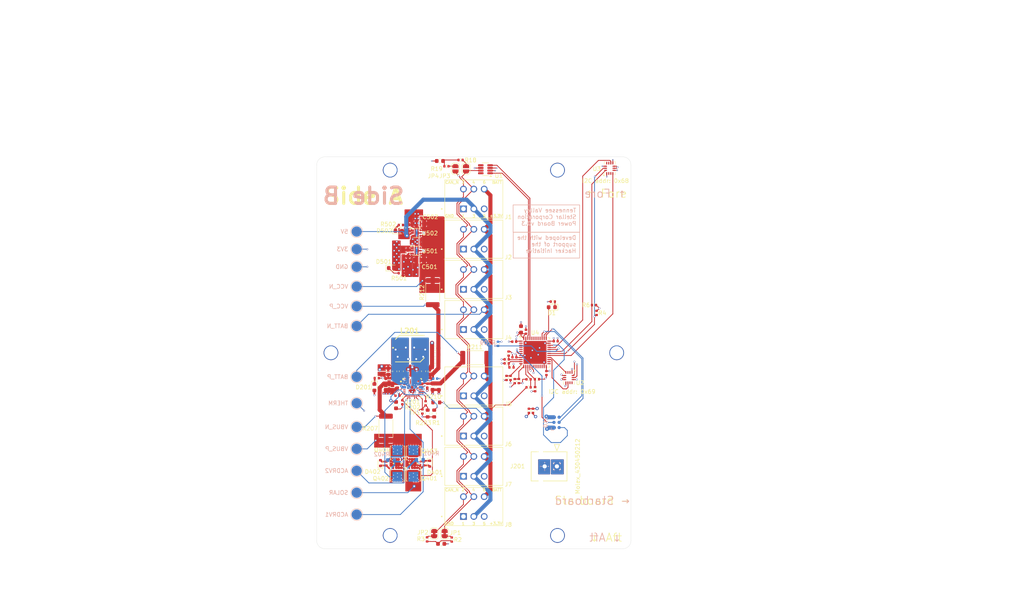
<source format=kicad_pcb>
(kicad_pcb (version 20221018) (generator pcbnew)
  (layers (0 "F.Cu" jumper) (1 "In1.Cu" power "GND.Cu") (2 "In2.Cu" power "3_3V.Cu") (31 "B.Cu" signal) (34 "B.Paste" user) (35 "F.Paste" user) (36 "B.SilkS" user "B.Silkscreen") (37 "F.SilkS" user "F.Silkscreen") (38 "B.Mask" user) (39 "F.Mask" user) (44 "Edge.Cuts" user))
  (property "PCB_VERSION" "0.3")
  (net 0 "")
  (net 1 "GND")
  (net 2 "/Charger/REGN")
  (net 3 "Net-(U201-SDRV)")
  (net 4 "VBUS_MONITORED")
  (net 5 "/Input Selection/ACDRV1_SOURCE")
  (net 6 "/Input Selection/ACDRV2_SOURCE")
  (net 7 "Net-(C1-Pad1)")
  (net 8 "+3.3V")
  (net 9 "+5V")
  (net 10 "Net-(D201-K)")
  (net 11 "Net-(D501-K)")
  (net 12 "Net-(D502-K)")
  (net 13 "VCC")
  (net 14 "SOLAR_VBUS")
  (net 15 "/Input Selection/SOLAR_VBUS_GATE")
  (net 16 "DEBUG_VBUS")
  (net 17 "/Charger/BATP")
  (net 18 "CHARGER_INT")
  (net 19 "THERMISTOR")
  (net 20 "SWDIO")
  (net 21 "VBUS")
  (net 22 "/Charger/STAT")
  (net 23 "ACDRV1")
  (net 24 "ACDRV2")
  (net 26 "/Charger/PMID")
  (net 27 "/Charger/BTST1")
  (net 28 "/Charger/SW1")
  (net 29 "/Charger/BTST2")
  (net 30 "/Charger/SW2")
  (net 31 "SYS")
  (net 32 "BATT_PIN")
  (net 33 "NRST")
  (net 34 "SWCLK")
  (net 35 "TRACESWO")
  (net 36 "Net-(JP1-A)")
  (net 37 "Net-(JP2-B)")
  (net 38 "Net-(U201-PROG)")
  (net 39 "I2C1_SCL")
  (net 40 "I2C1_SDA")
  (net 41 "CAN1_TX")
  (net 42 "CAN1_RX")
  (net 47 "IMU1_INT1")
  (net 48 "IMU1_INT2")
  (net 53 "BATT")
  (net 54 "CAN_N")
  (net 55 "CAN_P")
  (net 56 "/Input Selection/DEBUG_VBUS_GATE")
  (net 62 "CURRENT_1_N")
  (net 63 "CURRENT_1_P")
  (net 64 "CURRENT_2_N")
  (net 65 "CURRENT_2_P")
  (net 66 "CURRENT_3_N")
  (net 67 "CURRENT_3_P")
  (net 68 "BOARD_ID")
  (net 69 "Net-(C8-Pad1)")
  (net 76 "/Control & Monitoring/DEBUG_LED_A")
  (net 82 "Net-(D1-K)")
  (net 84 "Net-(JP3-A)")
  (net 85 "Net-(JP4-B)")
  (net 88 "IMU2_INT1")
  (net 89 "IMU2_INT2")
  (footprint "Capacitor_SMD:C_0805_2012Metric" (layer "F.Cu") (at 117.89 67.87 180)
    (fp_text reference "C502")
    (fp_text value "1u")
  )
  (footprint "LED_SMD:LED_0603_1608Metric" (layer "F.Cu") (at 110.9425 78.73)
    (fp_text reference "D501")
    (fp_text value "Blue LED")
  )
  (footprint "Resistor_SMD:R_2512_6332Metric" (layer "F.Cu") (at 131.2375 100.7)
    (fp_text reference "R211")
    (fp_text value "0.01")
  )
  (footprint "footprints:Nondescript_C_0603_1608Metric" (layer "F.Cu") (at 118.689999 104.029999 90)
    (fp_text reference "C214" hide)
    (fp_text value "10u")
  )
  (footprint "footprints:Nondescript_C_0603_1608Metric" (layer "F.Cu") (at 114.87 75.075 -90)
    (fp_text reference "C503" hide)
    (fp_text value "10u")
  )
  (footprint "LED_SMD:LED_0603_1608Metric" (layer "F.Cu") (at 106.64 107.9375 -90)
    (fp_text reference "D201")
    (fp_text value "Blue LED")
  )
  (footprint "footprints:Nondescript_C_0402_1005Metric" (layer "F.Cu") (at 112.29 110.02 180)
    (fp_text reference "C207" hide)
    (fp_text value "100n")
  )
  (footprint "footprints:Nondescript_C_0603_1608Metric" (layer "F.Cu") (at 120.889999 107.779999 -90)
    (fp_text reference "C218" hide)
    (fp_text value "10u")
  )
  (footprint "footprints:Nondescript_C_0603_1608Metric" (layer "F.Cu") (at 110.039999 104.049999 90)
    (fp_text reference "C201" hide)
    (fp_text value "10u")
  )
  (footprint "footprints:Nondescript_C_0603_1608Metric" (layer "F.Cu") (at 122.685 52.51 180)
    (fp_text reference "C8" hide)
    (fp_text value "10u")
  )
  (footprint "footprints:Nondescript_C_0603_1608Metric" (layer "F.Cu") (at 114.86 68.89 90)
    (fp_text reference "C504" hide)
    (fp_text value "10u")
  )
  (footprint "footprints:Nondescript_C_0603_1608Metric" (layer "F.Cu") (at 121.54 101.57 180)
    (fp_text reference "C219" hide)
    (fp_text value "10u")
  )
  (footprint "footprints:Nondescript_C_0402_1005Metric" (layer "F.Cu") (at 140.9 96.7725 180)
    (fp_text reference "C5" hide)
    (fp_text value "100n")
  )
  (footprint "footprints:Nondescript_C_0402_1005Metric" (layer "F.Cu") (at 151.06 96.6625)
    (fp_text reference "C4" hide)
    (fp_text value "100n")
  )
  (footprint "Package_DFN_QFN:QFN-48-1EP_7x7mm_P0.5mm_EP5.6x5.6mm" (layer "F.Cu") (at 145.98 99.41)
    (fp_text reference "U4")
    (fp_text value "STM32L452CEU6")
  )
  (footprint "LED_SMD:LED_0603_1608Metric" (layer "F.Cu") (at 150.11 88.3275 180)
    (fp_text reference "D1")
    (fp_text value "Blue LED")
  )
  (footprint "footprints:Nondescript_R_0402_1005Metric" (layer "F.Cu") (at 144.5 113.71 90)
    (fp_text reference "R21" hide)
    (fp_text value "475k")
  )
  (footprint "footprints:Nondescript_R_0402_1005Metric" (layer "F.Cu") (at 141.02 106.44 90)
    (fp_text reference "R5" hide)
    (fp_text value "475k")
  )
  (footprint "Resistor_SMD:R_0603_1608Metric" (layer "F.Cu") (at 121.29 114.37 -90)
    (fp_text reference "R1")
    (fp_text value "6.04k")
  )
  (footprint "footprints:Nondescript_C_0402_1005Metric" (layer "F.Cu") (at 143.76 94.3425 90)
    (fp_text reference "C3" hide)
    (fp_text value "100n")
  )
  (footprint "footprints:Nondescript_R_0402_1005Metric" (layer "F.Cu") (at 139.53 99.7 90)
    (fp_text reference "R13" hide)
    (fp_text value "187k")
  )
  (footprint "footprints:TE_Connectivity_7-5530843-7" (layer "F.Cu") (at 131 81.52)
    (fp_text reference "J3")
    (fp_text value "TE_Connectivity_7-5530843-7")
  )
  (footprint "footprints:TE_Connectivity_7-5530843-7" (layer "F.Cu") (at 131 71.67)
    (fp_text reference "J2")
    (fp_text value "TE_Connectivity_7-5530843-7")
  )
  (footprint "footprints:Nondescript_R_0402_1005Metric" (layer "F.Cu") (at 107.22 105.7)
    (fp_text reference "R201" hide)
    (fp_text value "2.21k")
  )
  (footprint "Resistor_SMD:R_0603_1608Metric" (layer "F.Cu") (at 121.81 111.66)
    (fp_text reference "R210")
    (fp_text value "100")
  )
  (footprint "footprints:Nondescript_R_0402_1005Metric" (layer "F.Cu") (at 139.99 105.66 -90)
    (fp_text reference "R9" hide)
    (fp_text value "187k")
  )
  (footprint "Package_LGA:Bosch_LGA-14_3x2.5mm_P0.5mm" (layer "F.Cu") (at 164.3 54.3 90)
    (fp_text reference "U3")
    (fp_text value "BMI323")
  )
  (footprint "footprints:Q3A_TEX" (layer "F.Cu") (at 112.294999 129.23 -90)
    (fp_text reference "Q402")
    (fp_text value "CSD17581Q3A")
  )
  (footprint "footprints:TE_Connectivity_7-5530843-7" (layer "F.Cu") (at 131 61.82)
    (fp_text reference "J1")
    (fp_text value "TE_Connectivity_7-5530843-7")
  )
  (footprint "Package_SON:WSON-6-1EP_2x2mm_P0.65mm_EP1x1.6mm_ThermalVias" (layer "F.Cu") (at 116.9875 70.15)
    (fp_text reference "U502")
    (fp_text value "TLV76750DRVx")
  )
  (footprint "footprints:Nondescript_C_0603_1608Metric" (layer "F.Cu") (at 142.56 93.7575 90)
    (fp_text reference "C2" hide)
    (fp_text value "10u")
  )
  (footprint "footprints:Nondescript_C_0402_1005Metric" (layer "F.Cu") (at 115.019999 105.029999)
    (fp_text reference "C204" hide)
    (fp_text value "100n")
  )
  (footprint "footprints:Nondescript_R_0402_1005Metric" (layer "F.Cu") (at 146.01 108.41 90)
    (fp_text reference "R16" hide)
    (fp_text value "475k")
  )
  (footprint "Resistor_SMD:R_0402_1005Metric" (layer "F.Cu") (at 118.39 113.87 -90)
    (fp_text reference "TH1")
    (fp_text value "10k_NTC")
  )
  (footprint "footprints:TE_Connectivity_7-5530843-7" (layer "F.Cu") (at 131 127.32)
    (fp_text reference "J7")
    (fp_text value "TE_Connectivity_7-5530843-7")
  )
  (footprint "Resistor_SMD:R_0402_1005Metric" (layer "F.Cu") (at 113.13 68.2)
    (fp_text reference "R502")
    (fp_text value "150")
  )
  (footprint "footprints:Nondescript_C_0402_1005Metric" (layer "F.Cu") (at 118.769998 126.605 90)
    (fp_text reference "C401" hide)
    (fp_text value "1n")
  )
  (footprint "footprints:Nondescript_R_0402_1005Metric" (layer "F.Cu") (at 140.23 103.08)
    (fp_text reference "R11" hide)
    (fp_text value "187k")
  )
  (footprint "Resistor_SMD:R_0402_1005Metric" (layer "F.Cu") (at 125.6 145.25 -90)
    (fp_text reference "R2")
    (fp_text value "60.4")
  )
  (footprint "footprints:Q3A_TEX" (layer "F.Cu") (at 112.294999 124.030001 90)
    (fp_text reference "Q404")
    (fp_text value "CSD17581Q3A")
  )
  (footprint "footprints:Nondescript_C_0402_1005Metric" (layer "F.Cu") (at 109.569998 126.63 -90)
    (fp_text reference "C402" hide)
    (fp_text value "1n")
  )
  (footprint "Resistor_SMD:R_0402_1005Metric" (layer "F.Cu") (at 119.19 111.87 -90)
    (fp_text reference "R202")
    (fp_text value "5.24k")
  )
  (footprint "Resistor_SMD:R_0603_1608Metric" (layer "F.Cu") (at 119.69 114.37 -90)
    (fp_text reference "R203")
    (fp_text value "30.31k")
  )
  (footprint "Package_LGA:Bosch_LGA-14_3x2.5mm_P0.5mm" (layer "F.Cu") (at 154.3 105.5725 -90)
    (fp_text reference "U2")
    (fp_text value "BMI323")
  )
  (footprint "Jumper:SolderJumper-2_P1.3mm_Bridged_RoundedPad1.0x1.5mm" (layer "F.Cu") (at 123.85 143.8 90)
    (fp_text reference "JP1")
    (fp_text value "SolderJumper_2_Bridged")
  )
  (footprint "footprints:Nondescript_C_0603_1608Metric" (layer "F.Cu") (at 111.639999 104.049999 90)
    (fp_text reference "C202" hide)
    (fp_text value "10u")
  )
  (footprint "Resistor_SMD:R_0402_1005Metric" (layer "F.Cu") (at 127.75 52.27 180)
    (fp_text reference "R18")
    (fp_text value "60.4")
  )
  (footprint "footprints:Nondescript_C_0402_1005Metric" (layer "F.Cu") (at 113.49 111.62 -90)
    (fp_text reference "C209" hide)
    (fp_text value "100n")
  )
  (footprint "footprints:Nondescript_C_0603_1608Metric" (layer "F.Cu") (at 111.94 112.32 -90)
    (fp_text reference "C208" hide)
    (fp_text value "4.7u")
  )
  (footprint "Package_TO_SOT_SMD:SOT-23-8" (layer "F.Cu") (at 133.8425 54.535 180)
    (fp_text reference "U1")
    (fp_text value "TCAN330")
  )
  (footprint "footprints:Molex_430450212" (layer "F.Cu") (at 151.35 127.32 90)
    (fp_text reference "J201")
    (fp_text value "Molex_430450212")
  )
  (footprint "Resistor_SMD:R_0402_1005Metric" (layer "F.Cu") (at 160.44 87.82 180)
    (fp_text reference "R6")
    (fp_text value "1k5")
  )
  (footprint "Resistor_SMD:R_0402_1005Metric" (layer "F.Cu") (at 119.55 145.21 90)
    (fp_text reference "R3")
    (fp_text value "60.4")
  )
  (footprint "footprints:Nondescript_R_0402_1005Metric" (layer "F.Cu") (at 145.475 113.71 -90)
    (fp_text reference "R22" hide)
    (fp_text value "475k")
  )
  (footprint "Jumper:SolderJumper-2_P1.3mm_Bridged_RoundedPad1.0x1.5mm" (layer "F.Cu") (at 121.3 143.8 -90)
    (fp_text reference "JP2")
    (fp_text value "SolderJumper_2_Bridged")
  )
  (footprint "footprints:Nondescript_C_0603_1608Metric" (layer "F.Cu") (at 121.54 99.97 180)
    (fp_text reference "C220" hide)
    (fp_text value "10u")
  )
  (footprint "footprints:TE_Connectivity_7-5530843-7" (layer "F.Cu") (at 131 117.47)
    (fp_text reference "J6")
    (fp_text value "TE_Connectivity_7-5530843-7")
  )
  (footprint "footprints:Interior_Side_Panel_PCB_Shape" (layer "F.Cu") (at 91.8 147.5)
    (fp_text reference "PCB1" hide)
    (fp_text value "~" hide)
    (fp_line (start 0.7 -94) (end 0.7 -2) (stroke (width 0.05)) (layer "Edge.Cuts"))
    (fp_line (start 2.7 -96) (end 75.7 -96) (stroke (width 0.05)) (layer "Edge.Cuts"))
    (fp_line (start 75.7 0) (end 2.7 0) (stroke (width 0.05)) (layer "Edge.Cuts"))
    (fp_line (start 77.7 -94) (end 77.7 -2) (stroke (width 0.05)) (layer "Edge.Cuts"))
    (fp_arc (start 0.7 -94) (mid 1.285786 -95.414214) (end 2.7 -96) (stroke (width 0.05)) (layer "Edge.Cuts"))
    (fp_arc (start 2.7 0) (mid 1.285786 -0.585786) (end 0.7 -2) (stroke (width 0.05)) (layer "Edge.Cuts"))
    (fp_arc (start 75.7 -96) (mid 77.114214 -95.414214) (end 77.7 -94) (stroke (width 0.05)) (layer "Edge.Cuts"))
    (fp_arc (start 77.7 -2) (mid 77.114214 -0.585786) (end 75.7 0) (stroke (width 0.05)) (layer "Edge.Cuts"))
  )
  (footprint "footprints:Q3A_TEX" (layer "F.Cu") (at 116.194999 124.029999 90)
    (fp_text reference "Q403")
    (fp_text value "CSD17581Q3A")
  )
  (footprint "Capacitor_SMD:C_0805_2012Metric" (layer "F.Cu") (at 117.85 76.75 180)
    (fp_text reference "C501")
    (fp_text value "1u")
  )
  (footprint "footprints:TE_Connectivity_7-5530843-7" (layer "F.Cu") (at 131 137.17)
    (fp_text reference "J8")
    (fp_text value "TE_Connectivity_7-5530843-7")
  )
  (footprint "footprints:TE_Connectivity_7-5530843-7" (layer "F.Cu") (at 131 91.37)
    (fp_text reference "J4")
    (fp_text value "TE_Connectivity_7-5530843-7")
  )
  (footprint "Resistor_SMD:R_2512_6332Metric" (layer "F.Cu") (at 120.93 84.7475 90)
    (fp_text reference "R212")
    (fp_text value "0.01")
  )
  (footprint "footprints:Nondescript_R_0402_1005Metric" (layer "F.Cu") (at 142.02 106.42 -90)
    (fp_text reference "R7" hide)
    (fp_text value "187k")
  )
  (footprint "footprints:Nondescript_C_0603_1608Metric" (layer "F.Cu") (at 123 146.3)
    (fp_text reference "C1" hide)
    (fp_text value "10u")
  )
  (footprint "Resistor_SMD:R_0402_1005Metric" (layer "F.Cu") (at 113.1 79.99)
    (fp_text reference "R501")
    (fp_text value "68")
  )
  (footprint "LED_SMD:LED_0603_1608Metric" (layer "F.Cu") (at 112.5825 69.63)
    (fp_text reference "D502")
    (fp_text value "Blue LED")
  )
  (footprint "footprints:Nondescript_R_0402_1005Metric" (layer "F.Cu") (at 139.01 105.66 90)
    (fp_text reference "R8" hide)
    (fp_text value "475k")
  )
  (footprint "footprints:Nondescript_C_0603_1608Metric" (layer "F.Cu") (at 113.239999 104.029999 90)
    (fp_text reference "C203" hide)
    (fp_text value "10u")
  )
  (footprint "footprints:Nondescript_R_0402_1005Metric" (layer "F.Cu") (at 144.41 107.96)
    (fp_text reference "R14" hide)
    (fp_text value "475k")
  )
  (footprint "footprints:RQM0029A-MFG" (layer "F.Cu") (at 115.89 108.129998)
    (fp_text reference "U201")
    (fp_text value "BQ25798RQMR")
  )
  (footprint "footprints:Nondescript_C_0402_1005Metric" (layer "F.Cu") (at 112.339999 107.549999 -90)
    (fp_text reference "C210" hide)
    (fp_text value "100n")
  )
  (footprint "footprints:Nondescript_C_0402_1005Metric" (layer "F.Cu") (at 140.94 100.5825 180)
    (fp_text reference "C6" hide)
    (fp_text value "100n")
  )
  (footprint "footprints:Nondescript_C_0603_1608Metric" (layer "F.Cu") (at 120.289999 104.049999 90)
    (fp_text reference "C217" hide)
    (fp_text value "10u")
  )
  (footprint "footprints:Nondescript_R_0402_1005Metric" (layer "F.Cu") (at 146.46 105.97)
    (fp_text reference "R17" hide)
    (fp_text value "187k")
  )
  (footprint "footprints:Nondescript_C_0603_1608Metric" (layer "F.Cu") (at 121.54 98.37 180)
    (fp_text reference "C221" hide)
    (fp_text value "10u")
  )
  (footprint "Jumper:SolderJumper-2_P1.3mm_Open_RoundedPad1.0x1.5mm" (layer "F.Cu") (at 129.09 54.43 -90)
    (fp_text reference "JP3")
    (fp_text value "SolderJumper_2_Open")
  )
  (footprint "footprints:Nondescript_C_0402_1005Metric" (layer "F.Cu") (at 116.919999 105.029999 180)
    (fp_text reference "C213" hide)
    (fp_text value "100n")
  )
  (footprint "footprints:TE_Connectivity_7-5530843-7" (layer "F.Cu") (at 131 107.62)
    (fp_text reference "J5")
    (fp_text value "TE_Connectivity_7-5530843-7")
  )
  (footprint "footprints:Nondescript_R_0402_1005Metric" (layer "F.Cu") (at 150.35 86.9575 180)
    (fp_text reference "R20" hide)
    (fp_text value "2.21k")
  )
  (footprint "Resistor_SMD:R_2512_6332Metric" (layer "F.Cu") (at 109.47 117.99 90)
    (fp_text reference "R207")
    (fp_text value "0.01")
  )
  (footprint "Resistor_SMD:R_0402_1005Metric" (layer "F.Cu") (at 124.29 53.8)
    (fp_text reference "R19")
    (fp_text value "60.4")
  )
  (footprint "Resistor_SMD:R_0402_1005Metric" (layer "F.Cu") (at 161.07 89.73 -90)
    (fp_text reference "R4")
    (fp_text value "1k5")
  )
  (footprint "footprints:TDK_SPM6530" (layer "F.Cu") (at 115.34 98.47)
    (fp_text reference "L201")
    (fp_text value "1uH" hide)
  )
  (footprint "footprints:Nondescript_C_0402_1005Metric" (layer "F.Cu") (at 119.589999 107.529999 -90)
    (fp_text reference "C222" hide)
    (fp_text value "100n")
  )
  (footprint "Package_SON:WSON-6-1EP_2x2mm_P0.65mm_EP1x1.6mm_ThermalVias" (layer "F.Cu") (at 116.9875 74.5)
    (fp_text reference "U501")
    (fp_text value "TLV76733DRVx")
  )
  (footprint "Jumper:SolderJumper-2_P1.3mm_Open_RoundedPad1.0x1.5mm" (layer "F.Cu") (at 126.5 54.43 90)
    (fp_text reference "JP4")
    (fp_text value "SolderJumper_2_Open")
  )
  (footprint "footprints:Nondescript_R_0402_1005Metric" (layer "F.Cu") (at 139.05 102.09)
    (fp_text reference "R10" hide)
    (fp_text value "475k")
  )
  (footprint "Diode_SMD:D_SOD-523" (layer "F.Cu") (at 120.194998 126.655 -90)
    (fp_text reference "D401")
    (fp_text value "12V")
  )
  (footprint "footprints:Nondescript_C_0603_1608Metric" (layer "F.Cu") (at 122.439999 107.779999 -90)
    (fp_text reference "C216" hide)
    (fp_text value "10u")
  )
  (footprint "footprints:Q3A_TEX" (layer "F.Cu") (at 116.194999 129.23 -90)
    (fp_text reference "Q401")
    (fp_text value "CSD17581Q3A")
  )
  (footprint "footprints:Nondescript_C_0603_1608Metric" (layer "F.Cu") (at 109.439999 107.829999 -90)
    (fp_text reference "C206" hide)
    (fp_text value "10u")
  )
  (footprint "footprints:Nondescript_C_0603_1608Metric" (layer "F.Cu") (at 111.039999 107.829999 -90)
    (fp_text reference "C205" hide)
    (fp_text value "10u")
  )
  (footprint "footprints:Nondescript_R_0402_1005Metric" (layer "F.Cu") (at 144.41 105.99 180)
    (fp_text reference "R15" hide)
    (fp_text value "187k")
  )
  (footprint "Diode_SMD:D_SOD-523" (layer "F.Cu") (at 108.119998 126.505 90)
    (fp_text reference "D402")
    (fp_text value "12V")
  )
  (footprint "footprints:Nondescript_C_0402_1005Metric" (layer "F.Cu") (at 148.78 104.46 -90)
    (fp_text reference "C7" hide)
    (fp_text value "100n")
  )
  (footprint "footprints:Nondescript_R_0402_1005Metric" (layer "F.Cu") (at 139.05 101.11)
    (fp_text reference "R12" hide)
    (fp_text value "475k")
  )
  (footprint "footprints:TestPoint_Pad_D2.5mm" (layer "B.Cu") (at 102.3 88.11 180)
    (fp_text reference "TP213" hide)
    (fp_text value "VCC_P")
  )
  (footprint "footprints:TestPoint_Pad_D2.5mm" (layer "B.Cu") (at 102.3 117.67 180)
    (fp_text reference "TP206" hide)
    (fp_text value "VBUS_N")
  )
  (footprint "footprints:TestPoint_Pad_D2.5mm" (layer "B.Cu") (at 102.3 111.85 180)
    (fp_text reference "TP1" hide)
    (fp_text value "THERM")
  )
  (footprint "footprints:TestPoint_Pad_D2.5mm" (layer "B.Cu") (at 102.3 78.43 180)
    (fp_text reference "TP501" hide)
    (fp_text value "GND")
  )
  (footprint "footprints:TestPoint_Pad_D2.5mm" (layer "B.Cu") (at 102.3 105.4 180)
    (fp_text reference "TP210" hide)
    (fp_text value "BATT_P")
  )
  (footprint "footprints:TestPoint_Pad_D2.5mm" (layer "B.Cu") (at 102.3 133.765 180)
    (fp_text reference "TP201" hide)
    (fp_text value "SOLAR")
  )
  (footprint "Resistor_SMD:R_0603_1608Metric" (layer "B.Cu") (at 117.769998 125.73)
    (fp_text reference "R401")
    (fp_text value "294")
  )
  (footprint "footprints:TestPoint_Pad_D2.5mm" (layer "B.Cu") (at 102.3 69.8 180)
    (fp_text reference "TP504" hide)
    (fp_text value "5V")
  )
  (footprint "footprints:TestPoint_Pad_D2.5mm" (layer "B.Cu") (at 102.3 74.115 180)
    (fp_text reference "TP503" hide)
    (fp_text value "3V3")
  )
  (footprint "footprints:Nondescript_C_0402_1005Metric" (layer "B.Cu") (at 114.089999 107.479999 90)
    (fp_text reference "C211" hide)
    (fp_text value "0.047u")
  )
  (footprint "footprints:TestPoint_Pad_D2.5mm" (layer "B.Cu") (at 102.3 83.27 180)
    (fp_text reference "TP214" hide)
    (fp_text value "VCC_N")
  )
  (footprint "footprints:Nondescript_C_0402_1005Metric" (layer "B.Cu") (at 121.54 105.82)
    (fp_text reference "C215" hide)
    (fp_text value "1n")
  )
  (footprint "footprints:TestPoint_Pad_D2.5mm" (layer "B.Cu") (at 102.3 139.13 180)
    (fp_text reference "TP403" hide)
    (fp_text value "ACDRV1")
  )
  (footprint "footprints:Nondescript_C_0402_1005Metric" (layer "B.Cu") (at 117.839999 107.479999 90)
    (fp_text reference "C212" hide)
    (fp_text value "0.047u")
  )
  (footprint "Resistor_SMD:R_0603_1608Metric" (layer "B.Cu") (at 110.719998 125.805 180)
    (fp_text reference "R402")
    (fp_text value "294")
  )
  (footprint "footprints:TestPoint_Pad_D2.5mm" (layer "B.Cu") (at 102.3 123.035 180)
    (fp_text reference "TP203" hide)
    (fp_text value "VBUS_P")
  )
  (footprint "Resistor_SMD:R_0402_1005Metric" (layer "B.Cu") (at 136.92 97.3 -90)
    (fp_text reference "R209")
    (fp_text value "2.2k")
  )
  (footprint "footprints:TestPoint_Pad_D2.5mm" (layer "B.Cu") (at 102.3 128.4 180)
    (fp_text reference "TP404" hide)
    (fp_text value "ACDRV2")
  )
  (footprint "footprints:TestPoint_Pad_D2.5mm" (layer "B.Cu") (at 102.3 92.95 180)
    (fp_text reference "TP211" hide)
    (fp_text value "BATT_N")
  )
  (footprint "Connector:Tag-Connect_TC2030-IDC-NL_2x03_P1.27mm_Vertical" (layer "B.Cu") (at 151.26 116.545 90)
    (fp_text reference "J10")
    (fp_text value "STLINK_TagConnect_6")
  )
  (gr_text "← Starboard" (at 150.7 135.725) (layer "B.SilkS") (effects (font (size 2 2) (thickness 0.2)) (justify right mirror)))
  (gr_text "Side B" (at 114.37 63.42) (layer "B.SilkS") (effects (font (size 4 4) (thickness 0.75) bold) (justify left bottom mirror)))
  (gr_text "I2C addr: 0x69" (at 155.075 109.025) (layer "F.SilkS") (effects (font (size 1 1))))
  (gr_text "1" (at 128.4 141.375) (layer "F.SilkS") (effects (font (size 0.7 0.7) (thickness 0.15) bold)))
  (gr_text "+3.3V" (at 134.75 141.3) (layer "F.SilkS") (effects (font (size 0.7 0.7) (thickness 0.15) bold) (justify left)))
  (gr_text "BATT\n" (at 135.4 57.75) (layer "F.SilkS") (effects (font (size 0.7 0.7) (thickness 0.15) bold) (justify left)))
  (gr_text "1" (at 128.425 66.025) (layer "F.SilkS") (effects (font (size 0.7 0.7) (thickness 0.15) bold)))
  (gr_text "6" (at 133.55 133.05) (layer "F.SilkS") (effects (font (size 0.7 0.7) (thickness 0.15) bold)))
  (gr_text "3" (at 131 141.375) (layer "F.SilkS") (effects (font (size 0.7 0.7) (thickness 0.15) bold)))
  (gr_text "Starboard →" (at 169.45 135.7) (layer "F.SilkS") (effects (font (size 2 2) (thickness 0.2)) (justify right)))
  (gr_text "CAN_N" (at 127.4 57.75) (layer "F.SilkS") (effects (font (size 0.7 0.7) (thickness 0.15) bold) (justify right)))
  (gr_text "6" (at 133.575 57.7) (layer "F.SilkS") (effects (font (size 0.7 0.7) (thickness 0.15) bold)))
  (gr_text "4" (at 130.95 57.725) (layer "F.SilkS") (effects (font (size 0.7 0.7) (thickness 0.15) bold)))
  (gr_text "GND" (at 126.175 141.325) (layer "F.SilkS") (effects (font (size 0.7 0.7) (thickness 0.15) bold) (justify right)))
  (gr_text "Side A" (at 93.87 63.42) (layer "F.SilkS") (effects (font (size 4 4) (thickness 0.75) bold) (justify left bottom)))
  (gr_text "2" (at 128.4 57.7) (layer "F.SilkS") (effects (font (size 0.7 0.7) (thickness 0.15) bold)))
  (gr_text "3" (at 131.025 66.025) (layer "F.SilkS") (effects (font (size 0.7 0.7) (thickness 0.15) bold)))
  (gr_text "I2C addr: 0x68" (at 163.25 57.375) (layer "F.SilkS") (effects (font (size 1 1))))
  (gr_text "CAN_N" (at 127.375 133.1) (layer "F.SilkS") (effects (font (size 0.7 0.7) (thickness 0.15) bold) (justify right)))
  (gr_text "GND" (at 126.2 65.975) (layer "F.SilkS") (effects (font (size 0.7 0.7) (thickness 0.15) bold) (justify right)))
  (gr_text "+3.3V" (at 134.775 65.95) (layer "F.SilkS") (effects (font (size 0.7 0.7) (thickness 0.15) bold) (justify left)))
  (gr_text "BATT\n" (at 135.375 133.1) (layer "F.SilkS") (effects (font (size 0.7 0.7) (thickness 0.15) bold) (justify left)))
  (gr_text "2" (at 128.375 133.05) (layer "F.SilkS") (effects (font (size 0.7 0.7) (thickness 0.15) bold)))
  (gr_text "5" (at 133.575 66.025) (layer "F.SilkS") (effects (font (size 0.7 0.7) (thickness 0.15) bold)))
  (gr_text "5" (at 133.55 141.375) (layer "F.SilkS") (effects (font (size 0.7 0.7) (thickness 0.15) bold)))
  (gr_text "4" (at 130.925 133.075) (layer "F.SilkS") (effects (font (size 0.7 0.7) (thickness 0.15) bold)))
  (gr_text_box "Tennessee Valley Stellar Corporation\nPower Board v${PCB_VERSION}\n" (start 140.629041 63.270959) (end 156.93096 69.97) (layer "B.SilkS") (effects (font (size 1 1)) (justify left top mirror)) (stroke (width 0.15)))
  (gr_text_box "Developed with the support of the Hacker Initiative" (start 140.655 69.97) (end 156.905 76.295) (layer "B.SilkS") (effects (font (size 1 1)) (justify left top mirror)) (stroke (width 0.15)))
  (segment (start 165.9625 53.8) (end 165.3125 53.8) (width 0.2) (layer "F.Cu") (net 1))
  (segment (start 140.74 102.28) (end 140.72 102.26) (width 0.2) (layer "F.Cu") (net 1))
  (segment (start 140.74 103.08) (end 140.74 102.28) (width 0.2) (layer "F.Cu") (net 1))
  (segment (start 110.29 109.52) (end 111.31 109.52) (width 0.2) (layer "F.Cu") (net 1))
  (segment (start 122.439999 109.489999) (end 122.47 109.52) (width 0.6) (layer "F.Cu") (net 1))
  (segment (start 148.23 102.8475) (end 148.23 101.83) (width 0.2) (layer "F.Cu") (net 1))
  (segment (start 166.2 54.0375) (end 165.9625 53.8) (width 0.2) (layer "F.Cu") (net 1))
  (segment (start 140.46 99.68) (end 140.43 99.65) (width 0.2) (layer "F.Cu") (net 1))
  (segment (start 152.45 106.06) (end 152.9375 105.5725) (width 0.2) (layer "F.Cu") (net 1))
  (segment (start 139.98 106.91) (end 139.98 106.18) (width 0.2) (layer "F.Cu") (net 1))
  (segment (start 120.765 98.37) (end 120.765 97.075) (width 1) (layer "F.Cu") (net 1))
  (segment (start 142.56 91.96) (end 142.56 92.9825) (width 0.2) (layer "F.Cu") (net 1))
  (segment (start 143.75 93) (end 143.75 93.8525) (width 0.2) (layer "F.Cu") (net 1))
  (segment (start 119.69 115.195) (end 121.29 115.195) (width 0.2) (layer "F.Cu") (net 1))
  (segment (start 165.9375 54.3) (end 165.3125 54.3) (width 0.2) (layer "F.Cu") (net 1))
  (segment (start 111.764999 108.604999) (end 112.339999 108.029999) (width 0.6) (layer "F.Cu") (net 1))
  (segment (start 139.51 99.18) (end 139.96 99.18) (width 0.2) (layer "F.Cu") (net 1))
  (segment (start 143.73 95.9725) (end 143.73 97.08) (width 0.2) (layer "F.Cu") (net 1))
  (segment (start 120.765 102.799998) (end 120.289999 103.274999) (width 1) (layer "F.Cu") (net 1))
  (segment (start 152.9375 105.5725) (end 153.2875 105.5725) (width 0.2) (layer "F.Cu") (net 1))
  (segment (start 142.93 106.04) (end 142.93 106.93) (width 0.2) (layer "F.Cu") (net 1))
  (segment (start 115.499999 105.029999) (end 116.439999 105.029999) (width 0.6) (layer "F.Cu") (net 1))
  (segment (start 148.77 105.51) (end 148.77 104.95) (width 0.2) (layer "F.Cu") (net 1))
  (segment (start 111.94 113.27) (end 113.04 113.27) (width 0.2) (layer "F.Cu") (net 1))
  (segment (start 120.889999 108.554999) (end 122.439999 108.554999) (width 0.6) (layer "F.Cu") (net 1))
  (segment (start 139.5925 96.7725) (end 139.59 96.77) (width 0.2) (layer "F.Cu") (net 1))
  (segment (start 115.89 105.579998) (end 116.439999 105.029999) (width 0.2) (layer "F.Cu") (net 1))
  (segment (start 148.31 105.97) (end 146.97 105.97) (width 0.2) (layer "F.Cu") (net 1))
  (segment (start 149.84 86.9575) (end 149.1 86.9575) (width 0.2) (layer "F.Cu") (net 1))
  (segment (start 166.2 54.0375) (end 165.9375 54.3) (width 0.2) (layer "F.Cu") (net 1))
  (segment (start 152.4625 106.0725) (end 153.2875 106.0725) (width 0.2) (layer "F.Cu") (net 1))
  (segment (start 139.96 99.18) (end 140.43 99.65) (width 0.2) (layer "F.Cu") (net 1))
  (segment (start 122.439999 108.554999) (end 122.439999 109.489999) (width 0.6) (layer "F.Cu") (net 1))
  (segment (start 115.939999 109.029999) (end 115.89 108.98) (width 0.2) (layer "F.Cu") (net 1))
  (segment (start 114.775 68.2) (end 114.86 68.115) (width 0.2) (layer "F.Cu") (net 1))
  (segment (start 119.69 115.195) (end 118.465 115.195) (width 0.2) (layer "F.Cu") (net 1))
  (segment (start 117 74.5) (end 118.5625 74.5) (width 0.2) (layer "F.Cu") (net 1))
  (segment (start 113.04 113.27) (end 113.49 112.82) (width 0.2) (layer "F.Cu") (net 1))
  (segment (start 142.5425 100.16) (end 143.49 100.16) (width 0.2) (layer "F.Cu") (net 1))
  (segment (start 113.64 68.2) (end 114.775 68.2) (width 0.2) (layer "F.Cu") (net 1))
  (segment (start 115.89 106.429999) (end 115.89 105.42) (width 0.2) (layer "F.Cu") (net 1))
  (segment (start 151.54 96.6625) (end 151.54 95.88) (width 0.2) (layer "F.Cu") (net 1))
  (segment (start 115.89 105.42) (end 115.499999 105.029999) (width 0.2) (layer "F.Cu") (net 1))
  (segment (start 149.1 86.9575) (end 149.08 86.9775) (width 0.2) (layer "F.Cu") (net 1))
  (segment (start 136.235 54.89) (end 135.035 54.89) (width 0.2) (layer "F.Cu") (net 1))
  (segment (start 111.039999 108.604999) (end 111.764999 108.604999) (width 0.6) (layer "F.Cu") (net 1))
  (segment (start 140.46 100.5825) (end 140.46 99.68) (width 0.2) (layer "F.Cu") (net 1))
  (segment (start 120.889999 108.554999) (end 120.889999 109.489999) (width 0.6) (layer "F.Cu") (net 1))
  (segment (start 115.89 108.98) (end 115.89 106.429999) (width 0.2) (layer "F.Cu") (net 1))
  (segment (start 115.89 106.429999) (end 115.89 105.579998) (width 0.2) (layer "F.Cu") (net 1))
  (segment (start 152.45 106.06) (end 152.4625 106.0725) (width 0.2) (layer "F.Cu") (net 1))
  (segment (start 148.56 105.72) (end 148.77 105.51) (width 0.2) (layer "F.Cu") (net 1))
  (segment (start 120.889999 109.489999) (end 120.96 109.56) (width 0.6) (layer "F.Cu") (net 1))
  (segment (start 121.91 52.51) (end 120.73 52.51) (width 0.2) (layer "F.Cu") (net 1))
  (segment (start 142.02 106.93) (end 142.93 106.93) (width 0.2) (layer "F.Cu") (net 1))
  (segment (start 119.589999 108.730001) (end 119.55 108.77) (width 0.6) (layer "F.Cu") (net 1))
  (segment (start 117.875 70.15) (end 118.6375 70.15) (width 0.2) (layer "F.Cu") (net 1))
  (segment (start 145.475 114.475) (end 146.125 115.125) (width 0.2) (layer "F.Cu") (net 1))
  (segment (start 113.49 112.1) (end 113.49 112.82) (width 0.2) (layer "F.Cu") (net 1))
  (segment (start 118.465 115.195) (end 118.39 115.12) (width 0.2) (layer "F.Cu") (net 1))
  (segment (start 120.765 97.075) (end 120.77 97.07) (width 1) (layer "F.Cu") (net 1))
  (segment (start 119.589999 108.009999) (end 119.589999 108.730001) (width 0.6) (layer "F.Cu") (net 1))
  (segment (start 149.4175 97.16) (end 148.44 97.16) (width 0.2) (layer "F.Cu") (net 1))
  (segment (start 163.55 55.5625) (end 163.55 56.3375) (width 0.2) (layer "F.Cu") (net 1))
  (segment (start 116.09 109.18) (end 116.09 110.029997) (width 0.2) (layer "F.Cu") (net 1))
  (segment (start 109.439999 108.604999) (end 111.039999 108.604999) (width 1) (layer "F.Cu") (net 1))
  (segment (start 143.9 105.99) (end 142.98 105.99) (width 0.2) (layer "F.Cu") (net 1))
  (segment (start 124.7 146.3) (end 123.775 146.3) (width 0.2) (layer "F.Cu") (net 1))
  (segment (start 145.475 114.22) (end 145.475 114.475) (width 0.2) (layer "F.Cu") (net 1))
  (segment (start 120.765 98.37) (end 120.765 102.799998) (width 1) (layer "F.Cu") (net 1))
  (segment (start 120.73 52.51) (end 120.72 52.52) (width 0.2) (layer "F.Cu") (net 1))
  (segment (start 148.56 105.72) (end 148.31 105.97) (width 0.2) (layer "F.Cu") (net 1))
  (segment (start 111.31 109.52) (end 111.81 110.02) (width 0.2) (layer "F.Cu") (net 1))
  (segment (start 115.939999 109.029999) (end 116.09 109.18) (width 0.2) (layer "F.Cu") (net 1))
  (segment (start 118.39 114.38) (end 118.39 115.12) (width 0.2) (layer "F.Cu") (net 1))
  (segment (start 117.875 70.15) (end 116.9875 70.15) (width 0.2) (layer "F.Cu") (net 1))
  (segment (start 140.42 96.7725) (end 139.5925 96.7725) (width 0.2) (layer "F.Cu") (net 1))
  (via (at 148.43 97.17) (size 0.45) (drill 0.3) (layers "F.Cu" "B.Cu") (net 1))
  (via (at 115.939999 109.029999) (size 0.45) (drill 0.3) (layers "F.Cu" "B.Cu") (net 1))
  (via (at 139.59 96.77) (size 0.45) (drill 0.3) (layers "F.Cu" "B.Cu") (net 1))
  (via (at 148.21 101.81) (size 0.45) (drill 0.3) (layers "F.Cu" "B.Cu") (net 1))
  (via (at 143.75 93) (size 0.45) (drill 0.3) (layers "F.Cu" "B.Cu") (net 1))
  (via (at 152.45 106.06) (size 0.45) (drill 0.3) (layers "F.Cu" "B.Cu") (net 1))
  (via (at 148.7965 115.095) (size 0.45) (drill 0.3) (layers "F.Cu" "B.Cu") (net 1))
  (via (at 115.23 80.38) (size 0.45) (drill 0.3) (layers "F.Cu" "B.Cu") (net 1))
  (via (at 117.3875 67.75) (size 0.45) (drill 0.3) (layers "F.Cu" "B.Cu") (net 1))
  (via (at 124.7 146.3) (size 0.35) (drill 0.2) (layers "F.Cu" "B.Cu") (net 1))
  (via (at 148.56 105.72) (size 0.45) (drill 0.3) (layers "F.Cu" "B.Cu") (net 1))
  (via (at 117.3875 66.6) (size 0.45) (drill 0.3) (layers "F.Cu" "B.Cu") (net 1))
  (via (at 120.72 52.52) (size 0.35) (drill 0.2) (layers "F.Cu" "B.Cu") (net 1))
  (via (at 120.96 109.56) (size 0.45) (drill 0.3) (layers "F.Cu" "B.Cu") (net 1))
  (via (at 117.24 78.61) (size 0.45) (drill 0.3) (layers "F.Cu" "B.Cu") (net 1))
  (via (at 116.589999 109.179999) (size 0.45) (drill 0.3) (layers "F.Cu" "B.Cu") (net 1))
  (via (at 145 100.72) (size 0.45) (drill 0.3) (layers "F.Cu" "B.Cu") (net 1))
  (via (at 108.439999 102.829999) (size 0.75) (drill 0.45) (layers "F.Cu" "B.Cu") (net 1))
  (via (at 115.93 72.77) (size 0.45) (drill 0.3) (layers "F.Cu" "B.Cu") (net 1))
  (via (at 118.6375 70.15) (size 0.45) (drill 0.3) (layers "F.Cu" "B.Cu") (net 1))
  (via (at 113.49 112.82) (size 0.4) (drill 0.2) (layers "F.Cu" "B.Cu") (net 1))
  (via (at 110.29 109.52) (size 0.4) (drill 0.2) (layers "F.Cu" "B.Cu") (net 1))
  (via (at 143.72 97.09) (size 0.45) (drill 0.3) (layers "F.Cu" "B.Cu") (net 1))
  (via (at 114.939999 103.529999) (size 0.75) (drill 0.45) (layers "F.Cu" "B.Cu") (net 1))
  (via (at 122.47 109.52) (size 0.45) (drill 0.3) (layers "F.Cu" "B.Cu") (net 1))
  (via (at 142.93 106.93) (size 0.45) (drill 0.3) (layers "F.Cu" "B.Cu") (net 1))
  (via (at 117.1275 71.895) (size 0.45) (drill 0.3) (layers "F.Cu" "B.Cu") (net 1))
  (via (at 116.04 71.67) (size 0.45) (drill 0.3) (layers "F.Cu" "B.Cu") (net 1))
  (via (at 118.5625 74.5) (size 0.45) (drill 0.3) (layers "F.Cu" "B.Cu") (net 1))
  (via (at 104.89 78.43) (size 0.45) (drill 0.3) (layers "F.Cu" "B.Cu") (net 1))
  (via (at 116.6375 67.75) (size 0.45) (drill 0.3) (layers "F.Cu" "B.Cu") (net 1))
  (via (at 113.86 77.21) (size 0.45) (drill 0.3) (layers "F.Cu" "B.Cu") (net 1))
  (via (at 117.3875 65.45) (size 0.45) (drill 0.3) (layers "F.Cu" "B.Cu") (net 1))
  (via (at 147.1 98.3) (size 0.45) (drill 0.3) (layers "F.Cu" "B.Cu") (net 1))
  (via (at 166.2 54.0375) (size 0.45) (drill 0.3) (layers "F.Cu" "B.Cu") (net 1))
  (via (at 145.34 98.9) (size 0.45) (drill 0.3) (layers "F.Cu" "B.Cu") (net 1))
  (via (at 146.77 99.96) (size 0.45) (drill 0.3) (layers "F.Cu" "B.Cu") (net 1))
  (via (at 139.98 106.91) (size 0.45) (drill 0.3) (layers "F.Cu" "B.Cu") (net 1))
  (via (at 116.93 80.28) (size 0.45) (drill 0.3) (layers "F.Cu" "B.Cu") (net 1))
  (via (at 146.125 115.125) (size 0.8) (drill 0.4) (layers "F.Cu" "B.Cu") (net 1))
  (via (at 116.6375 65.45) (size 0.45) (drill 0.3) (layers "F.Cu" "B.Cu") (net 1))
  (via (at 151.54 95.88) (size 0.45) (drill 0.3) (layers "F.Cu" "B.Cu") (net 1))
  (via (at 149.08 86.9775) (size 0.35) (drill 0.2) (layers "F.Cu" "B.Cu") (net 1))
  (via (at 140.72 102.26) (size 0.45) (drill 0.3) (layers "F.Cu" "B.Cu") (net 1))
  (via (at 163.55 56.3375) (size 0.35) (drill 0.2) (layers "F.Cu" "B.Cu") (net 1))
  (via (at 116.939999 103.529999) (size 0.75) (drill 0.45) (layers "F.Cu" "B.Cu") (net 1))
  (via (at 114.89 78.42) (size 0.45) (drill 0.3) (layers "F.Cu" "B.Cu") (net 1))
  (via (at 115.189999 109.179999) (size 0.45) (drill 0.3) (layers "F.Cu" "B.Cu") (net 1))
  (via (at 122.69 105.82) (size 0.35) (drill 0.2) (layers "F.Cu" "B.Cu") (net 1))
  (via (at 113.83 78.9) (size 0.45) (drill 0.3) (layers "F.Cu" "B.Cu") (net 1))
  (via (at 118.39 115.12) (size 0.4) (drill 0.2) (layers "F.Cu" "B.Cu") (net 1))
  (via (at 115.939999 103.029999) (size 0.75) (drill 0.45) (layers "F.Cu" "B.Cu") (net 1))
  (via (at 119.55 108.77) (size 0.45) (drill 0.3) (layers "F.Cu" "B.Cu") (net 1))
  (via (at 108.99 109.52) (size 0.4) (drill 0.2) (layers "F.Cu" "B.Cu") (net 1))
  (via (at 107.939999 103.629999) (size 0.75) (drill 0.45) (layers "F.Cu" "B.Cu") (net 1))
  (via (at 136.235 54.89) (size 0.35) (drill 0.2) (layers "F.Cu" "B.Cu") (net 1))
  (via (at 116.6375 72.325) (size 0.45) (drill 0.3) (layers "F.Cu" "B.Cu") (net 1))
  (via (at 116.09 79.16) (size 0.45) (drill 0.3) (layers "F.Cu" "B.Cu") (net 1))
  (via (at 120.77 97.07) (size 0.75) (drill 0.45) (layers "F.Cu" "B.Cu") (net 1))
  (via (at 109.59 109.52) (size 0.4) (drill 0.2) (layers "F.Cu" "B.Cu") (net 1))
  (via (at 115.61 77.17) (size 0.45) (drill 0.3) (layers "F.Cu" "B.Cu") (net 1))
  (via (at 143.5 100.15) (size 0.45) (drill 0.3) (layers "F.Cu" "B.Cu") (net 1))
  (via (at 115.89 108.429999) (size 0.35) (drill 0.2) (layers "F.Cu" "B.Cu") (net 1))
  (via (at 140.43 99.65) (size 0.45) (drill 0.3) (layers "F.Cu" "B.Cu") (net 1))
  (via (at 142.56 91.96) (size 0.45) (drill 0.3) (layers "F.Cu" "B.Cu") (net 1))
  (via (at 116.6375 66.6) (size 0.45) (drill 0.3) (layers "F.Cu" "B.Cu") (net 1))
  (via (at 117.1075 72.695) (size 0.45) (drill 0.3) (layers "F.Cu" "B.Cu") (net 1))
  (segment (start 122.02 105.82) (end 122.69 105.82) (width 0.2) (layer "B.Cu") (net 1))
  (segment (start 150.6155 115.295) (end 148.9965 115.295) (width 1) (layer "B.Cu") (net 1))
  (segment (start 102.3 78.43) (end 104.89 78.43) (width 0.2) (layer "B.Cu") (net 1))
  (segment (start 148.9965 115.295) (end 148.7965 115.095) (width 1) (layer "B.Cu") (net 1))
  (segment (start 118.74 109.729998) (end 118.34 109.329998) (width 0.2) (layer "F.Cu") (net 2))
  (segment (start 118.74 109.77) (end 118.74 109.729998) (width 0.2) (layer "F.Cu") (net 2))
  (segment (start 118.74 109.77) (end 119.19 110.22) (width 0.2) (layer "F.Cu") (net 2))
  (segment (start 110.84 111.37) (end 110.68 111.21) (width 0.2) (layer "F.Cu") (net 2))
  (segment (start 119.19 110.22) (end 119.19 111.36) (width 0.2) (layer "F.Cu") (net 2))
  (segment (start 113.007737 108.612263) (end 113.490002 108.129998) (width 0.2) (layer "F.Cu") (net 2))
  (segment (start 113.490002 108.129998) (end 113.990001 108.129998) (width 0.2) (layer "F.Cu") (net 2))
  (segment (start 118.34 109.329998) (end 117.739999 109.329998) (width 0.2) (layer "F.Cu") (net 2))
  (segment (start 111.94 111.37) (end 110.84 111.37) (width 0.2) (layer "F.Cu") (net 2))
  (via (at 110.68 111.21) (size 0.8) (drill 0.4) (layers "F.Cu" "B.Cu") (net 2))
  (via (at 113.007737 108.612263) (size 0.35) (drill 0.2) (layers "F.Cu" "B.Cu") (net 2))
  (via (at 118.74 109.77) (size 0.35) (drill 0.2) (layers "F.Cu" "B.Cu") (net 2))
  (segment (start 113.007737 108.612263) (end 114.155473 109.759999) (width 0.2) (layer "B.Cu") (net 2))
  (segment (start 114.155473 109.759999) (end 118.729999 109.759999) (width 0.2) (layer "B.Cu") (net 2))
  (segment (start 110.68 110.23) (end 112.297737 108.612263) (width 0.2) (layer "B.Cu") (net 2))
  (segment (start 118.729999 109.759999) (end 118.74 109.77) (width 0.2) (layer "B.Cu") (net 2))
  (segment (start 112.297737 108.612263) (end 113.007737 108.612263) (width 0.2) (layer "B.Cu") (net 2))
  (segment (start 110.68 111.21) (end 110.68 110.23) (width 0.2) (layer "B.Cu") (net 2))
  (segment (start 120.09 106.32) (end 117.449998 106.32) (width 0.2) (layer "F.Cu") (net 3))
  (segment (start 117.449998 106.32) (end 117.271249 106.498749) (width 0.2) (layer "F.Cu") (net 3))
  (via (at 120.09 106.32) (size 0.35) (drill 0.2) (layers "F.Cu" "B.Cu") (net 3))
  (segment (start 120.09 106.32) (end 120.56 106.32) (width 0.2) (layer "B.Cu") (net 3))
  (segment (start 120.56 106.32) (end 121.06 105.82) (width 0.2) (layer "B.Cu") (net 3))
  (segment (start 107.94 108.079998) (end 107.94 113.4975) (width 1) (layer "F.Cu") (net 4))
  (segment (start 113.990001 106.929998) (end 112.48 106.929998) (width 0.2) (layer "F.Cu") (net 4))
  (segment (start 108.964999 107.054999) (end 107.94 108.079998) (width 1) (layer "F.Cu") (net 4))
  (segment (start 106.93 115.02) (end 106.9375 115.0275) (width 0.2) (layer "F.Cu") (net 4))
  (segment (start 113.990001 107.329997) (end 113.730003 107.069999) (width 0.2) (layer "F.Cu") (net 4))
  (segment (start 109.439999 107.054999) (end 111.039999 107.054999) (width 1) (layer "F.Cu") (net 4))
  (segment (start 138.26 106.22) (end 138.96 106.22) (width 0.2) (layer "F.Cu") (net 4))
  (segment (start 112.339999 107.069999) (end 111.054999 107.069999) (width 0.6) (layer "F.Cu") (net 4))
  (segment (start 106.9375 115.0275) (end 109.47 115.0275) (width 0.2) (layer "F.Cu") (net 4))
  (segment (start 109.439999 107.054999) (end 108.964999 107.054999) (width 1) (layer "F.Cu") (net 4))
  (segment (start 107.94 113.4975) (end 109.47 115.0275) (width 1) (layer "F.Cu") (net 4))
  (segment (start 113.730003 107.069999) (end 112.339999 107.069999) (width 0.2) (layer "F.Cu") (net 4))
  (via (at 138.26 106.22) (size 0.45) (drill 0.3) (layers "F.Cu" "B.Cu") (net 4))
  (via (at 106.93 115.02) (size 0.45) (drill 0.3) (layers "F.Cu" "B.Cu") (net 4))
  (segment (start 104.28 117.67) (end 106.93 115.02) (width 0.2) (layer "B.Cu") (net 4))
  (segment (start 102.3 117.67) (end 104.28 117.67) (width 0.2) (layer "B.Cu") (net 4))
  (segment (start 115.869998 125.579998) (end 115.869998 127.680001) (width 0.5) (layer "F.Cu") (net 5))
  (segment (start 118.769998 127.085) (end 119.924998 127.085) (width 0.4) (layer "F.Cu") (net 5))
  (segment (start 116.52 125.579998) (end 116.52 127.680001) (width 0.5) (layer "F.Cu") (net 5))
  (segment (start 119.924998 127.085) (end 120.194998 127.355) (width 0.4) (layer "F.Cu") (net 5))
  (segment (start 117.169998 127.680001) (end 118.174997 127.680001) (width 0.4) (layer "F.Cu") (net 5))
  (segment (start 117.169998 127.680001) (end 115.869998 127.680001) (width 0.5) (layer "F.Cu") (net 5))
  (segment (start 115.22 125.579998) (end 116.52 125.579998) (width 0.5) (layer "F.Cu") (net 5))
  (segment (start 118.174997 127.680001) (end 118.769998 127.085) (width 0.4) (layer "F.Cu") (net 5))
  (segment (start 111.32 125.58) (end 112.62 125.58) (width 0.5) (layer "F.Cu") (net 6))
  (segment (start 113.269998 127.680001) (end 111.969998 127.680001) (width 0.5) (layer "F.Cu") (net 6))
  (segment (start 112.62 125.58) (end 112.539998 125.660002) (width 0.5) (layer "F.Cu") (net 6))
  (segment (start 108.464998 126.15) (end 108.119998 125.805) (width 0.4) (layer "F.Cu") (net 6))
  (segment (start 112.539998 125.660002) (end 112.539998 127.599999) (width 0.5) (layer "F.Cu") (net 6))
  (segment (start 112.539998 127.599999) (end 112.62 127.680001) (width 0.5) (layer "F.Cu") (net 6))
  (segment (start 110.139998 125.58) (end 109.569998 126.15) (width 0.4) (layer "F.Cu") (net 6))
  (segment (start 111.969998 125.58) (end 111.969998 127.680001) (width 0.5) (layer "F.Cu") (net 6))
  (segment (start 109.569998 126.15) (end 108.464998 126.15) (width 0.4) (layer "F.Cu") (net 6))
  (segment (start 111.32 125.58) (end 110.139998 125.58) (width 0.4) (layer "F.Cu") (net 6))
  (segment (start 119.55 145.72) (end 121.645 145.72) (width 0.2) (layer "F.Cu") (net 7))
  (segment (start 121.645 145.72) (end 122.225 146.3) (width 0.2) (layer "F.Cu") (net 7))
  (segment (start 123 145.525) (end 122.225 146.3) (width 0.2) (layer "F.Cu") (net 7))
  (segment (start 125.365 145.525) (end 123 145.525) (width 0.2) (layer "F.Cu") (net 7))
  (segment (start 125.6 145.76) (end 125.365 145.525) (width 0.2) (layer "F.Cu") (net 7))
  (segment (start 155.05 103.465) (end 155.06 103.455) (width 0.2) (layer "F.Cu") (net 8))
  (segment (start 162.5 53.8) (end 163.2875 53.8) (width 0.2) (layer "F.Cu") (net 8))
  (segment (start 141.22 99.79) (end 141.42 99.99) (width 0.2) (layer "F.Cu") (net 8))
  (segment (start 141.38 96.5475) (end 141.4925 96.66) (width 0.2) (layer "F.Cu") (net 8))
  (segment (start 106.64 108.725) (end 106.64 109.88) (width 0.4) (layer "F.Cu") (net 8))
  (segment (start 148.78 102.8975) (end 148.73 102.8475) (width 0.2) (layer "F.Cu") (net 8))
  (segment (start 144.5 114.475) (end 143.875 115.1) (width 0.2) (layer "F.Cu") (net 8))
  (segment (start 141.4925 96.66) (end 142.5425 96.66) (width 0.2) (layer "F.Cu") (net 8))
  (segment (start 141.4975 100.66) (end 142.5425 100.66) (width 0.2) (layer "F.Cu") (net 8))
  (segment (start 161.14 89.22) (end 161.76 88.6) (width 0.2) (layer "F.Cu") (net 8))
  (segment (start 160.98 87.82) (end 161.76 88.6) (width 0.2) (layer "F.Cu") (net 8))
  (segment (start 142.56 94.5325) (end 142.56 95.3025) (width 0.2) (layer "F.Cu") (net 8))
  (segment (start 148.78 103.98) (end 148.78 102.8975) (width 0.2) (layer "F.Cu") (net 8))
  (segment (start 141.38 96.11) (end 141.38 96.5475) (width 0.2) (layer "F.Cu") (net 8))
  (segment (start 165.05 52.2375) (end 165.05 53.0375) (width 0.2) (layer "F.Cu") (net 8))
  (segment (start 142.56 95.3025) (end 143.23 95.9725) (width 0.2) (layer "F.Cu") (net 8))
  (segment (start 155.3125 106.0725) (end 156.1975 106.0725) (width 0.2) (layer "F.Cu") (net 8))
  (segment (start 141.475 95.45) (end 142.105 94.82) (width 0.2) (layer "F.Cu") (net 8))
  (segment (start 142.105 94.82) (end 143.7625 94.82) (width 0.2) (layer "F.Cu") (net 8))
  (segment (start 153.55 107.47) (end 153.55 106.835) (width 0.2) (layer "F.Cu") (net 8))
  (segment (start 152.47 104.86) (end 152.6825 105.0725) (width 0.2) (layer "F.Cu") (net 8))
  (segment (start 141.38 96.11) (end 141.38 96.7725) (width 0.2) (layer "F.Cu") (net 8))
  (segment (start 106.64 109.88) (end 106.63 109.89) (width 0.4) (layer "F.Cu") (net 8))
  (segment (start 141.42 99.99) (end 141.42 100.5825) (width 0.2) (layer "F.Cu") (net 8))
  (segment (start 149.52 103.98) (end 148.78 103.98) (width 0.2) (layer "F.Cu") (net 8))
  (segment (start 150.58 96.6625) (end 150.58 95.92) (width 0.2) (layer "F.Cu") (net 8))
  (segment (start 153.39 107.63) (end 153.55 107.47) (width 0.2) (layer "F.Cu") (net 8))
  (segment (start 152.6825 105.0725) (end 153.2875 105.0725) (width 0.2) (layer "F.Cu") (net 8))
  (segment (start 141.64 94.56) (end 141.6675 94.5325) (width 0.2) (layer "F.Cu") (net 8))
  (segment (start 156.1975 106.0725) (end 156.2 106.07) (width 0.2) (layer "F.Cu") (net 8))
  (segment (start 143.23 95.3525) (end 143.76 94.8225) (width 0.2) (layer "F.Cu") (net 8))
  (segment (start 141.6675 94.5325) (end 142.56 94.5325) (width 0.2) (layer "F.Cu") (net 8))
  (segment (start 150.58 95.92) (end 150.57 95.91) (width 0.2) (layer "F.Cu") (net 8))
  (segment (start 166.1125 54.8) (end 165.3125 54.8) (width 0.2) (layer "F.Cu") (net 8))
  (segment (start 144.5 114.22) (end 144.5 114.475) (width 0.2) (layer "F.Cu") (net 8))
  (segment (start 143.23 95.9725) (end 143.23 95.3525) (width 0.2) (layer "F.Cu") (net 8))
  (segment (start 150.58 96.6625) (end 149.42 96.6625) (width 0.2) (layer "F.Cu") (net 8))
  (segment (start 136.585 54.24) (end 135.035 54.24) (width 0.2) (layer "F.Cu") (net 8))
  (segment (start 155.05 104.31) (end 155.05 103.465) (width 0.2) (layer "F.Cu") (net 8))
  (via (at 143.875 115.1) (size 0.8) (drill 0.4) (layers "F.Cu" "B.Cu") (net 8))
  (via (at 150.57 95.91) (size 0.45) (drill 0.3) (layers "F.Cu" "B.Cu") (net 8))
  (via (at 111.485 77.48) (size 0.45) (drill 0.3) (layers "F.Cu" "B.Cu") (net 8))
  (via (at 165.05 52.2375) (size 0.35) (drill 0.2) (layers "F.Cu" "B.Cu") (net 8))
  (via (at 106.63 109.89) (size 0.45) (drill 0.3) (layers "F.Cu" "B.Cu") (net 8))
  (via (at 161.76 88.6) (size 0.45) (drill 0.3) (layers "F.Cu" "B.Cu") (net 8))
  (via (at 112.66 78.98) (size 0.45) (drill 0.3) (layers "F.Cu" "B.Cu") (net 8))
  (via (at 112.11 72.28) (size 0.45) (drill 0.3) (layers "F.Cu" "B.Cu") (net 8))
  (via (at 166.1125 54.8) (size 0.35) (drill 0.2) (layers "F.Cu" "B.Cu") (net 8))
  (via (at 153.39 107.63) (size 0.45) (drill 0.3) (layers "F.Cu" "B.Cu") (net 8))
  (via (at 112.085 76.73) (size 0.45) (drill 0.3) (layers "F.Cu" "B.Cu") (net 8))
  (via (at 155.06 103.455) (size 0.45) (drill 0.3) (layers "F.Cu" "B.Cu") (net 8))
  (via (at 137.77 96.78) (size 0.45) (drill 0.3) (layers "F.Cu" "B.Cu") (net 8))
  (via (at 141.64 94.56) (size 0.45) (drill 0.3) (layers "F.Cu" "B.Cu") (net 8))
  (via (at 141.38 96.11) (size 0.45) (drill 0.3) (layers "F.Cu" "B.Cu") (net 8))
  (via (at 141.475 95.45) (size 0.45) (drill 0.3) (layers "F.Cu" "B.Cu") (net 8))
  (via (at 111.51 73.03) (size 0.45) (drill 0.3) (layers "F.Cu" "B.Cu") (net 8))
  (via (at 112.66 75.98) (size 0.45) (drill 0.3) (layers "F.Cu" "B.Cu") (net 8))
  (via (at 112.66 74.48) (size 0.45) (drill 0.3) (layers "F.Cu" "B.Cu") (net 8))
  (via (at 152.47 104.86) (size 0.45) (drill 0.3) (layers "F.Cu" "B.Cu") (net 8))
  (via (at 149.52 103.98) (size 0.45) (drill 0.3) (layers "F.Cu" "B.Cu") (net 8))
  (via (at 112.66 77.48) (size 0.45) (drill 0.3) (layers "F.Cu" "B.Cu") (net 8))
  (via (at 104.88 74.14) (size 0.45) (drill 0.3) (layers "F.Cu" "B.Cu") (net 8))
  (via (at 148.9315 118.14) (size 0.45) (drill 0.3) (layers "F.Cu" "B.Cu") (net 8))
  (via (at 112.085 75.23) (size 0.45) (drill 0.3) (layers "F.Cu" "B.Cu") (net 8))
  (via (at 112.085 73.73) (size 0.45) (drill 0.3) (layers "F.Cu" "B.Cu") (net 8))
  (via (at 141.22 99.79) (size 0.45) (drill 0.3) (layers "F.Cu" "B.Cu") (net 8))
  (via (at 162.5 53.8) (size 0.35) (drill 0.2) (layers "F.Cu" "B.Cu") (net 8))
  (via (at 112.685 73.03) (size 0.45) (drill 0.3) (layers "F.Cu" "B.Cu") (net 8))
  (via (at 111.485 74.48) (size 0.45) (drill 0.3) (layers "F.Cu" "B.Cu") (net 8))
  (via (at 111.485 75.98) (size 0.45) (drill 0.3) (layers "F.Cu" "B.Cu") (net 8))
  (via (at 156.2 106.07) (size 0.45) (drill 0.3) (layers "F.Cu" "B.Cu") (net 8))
  (via (at 136.585 54.24) (size 0.35) (drill 0.2) (layers "F.Cu" "B.Cu") (net 8))
  (segment (start 136.92 96.79) (end 137.76 96.79) (width 0.2) (layer "B.Cu") (net 8))
  (segment (start 102.3 74.115) (end 104.855 74.115) (width 0.2) (layer "B.Cu") (net 8))
  (segment (start 137.76 96.79) (end 137.77 96.78) (width 0.2) (layer "B.Cu") (net 8))
  (segment (start 148.9315 118.14) (end 149.2365 117.835) (width 1) (layer "B.Cu") (net 8))
  (segment (start 104.855 74.115) (end 104.88 74.14) (width 0.2) (layer "B.Cu") (net 8))
  (segment (start 149.2365 117.835) (end 150.6155 117.835) (width 1) (layer "B.Cu") (net 8))
  (via (at 114.61 70.79) (size 0.8) (drill 0.4) (layers "F.Cu" "B.Cu") (net 9))
  (segment (start 118.6 62) (end 129.2526 62) (width 1) (layer "B.Cu") (net 9))
  (segment (start 131.391597 110.0457) (end 135.05915 106.378147) (width 1) (layer "B.Cu") (net 9))
  (segment (start 135.05915 125.68655) (end 135.05915 123.95485) (width 1) (layer "B.Cu") (net 9))
  (segment (start 131 139.5957) (end 135.05915 135.53655) (width 1) (layer "B.Cu") (net 9))
  (segment (start 135.05915 78.15485) (end 131 74.0957) (width 1) (layer "B.Cu") (net 9))
  (segment (start 135.05915 133.80485) (end 131 129.7457) (width 1) (layer "B.Cu") (net 9))
  (segment (start 135.05915 123.95485) (end 131 119.8957) (width 1) (layer "B.Cu") (net 9))
  (segment (start 131 110.0457) (end 131.391597 110.0457) (width 1) (layer "B.Cu") (net 9))
  (segment (start 135.05915 135.53655) (end 135.05915 133.80485) (width 1) (layer "B.Cu") (net 9))
  (segment (start 135.05915 114.10485) (end 131 110.0457) (width 1) (layer "B.Cu") (net 9))
  (segment (start 131 93.7957) (end 135.05915 89.73655) (width 1) (layer "B.Cu") (net 9))
  (segment (start 129.2526 62) (end 131 63.7474) (width 1) (layer "B.Cu") (net 9))
  (segment (start 131 129.7457) (end 135.05915 125.68655) (width 1) (layer "B.Cu") (net 9))
  (segment (start 135.05915 106.378147) (end 135.05915 97.85485) (width 1) (layer "B.Cu") (net 9))
  (segment (start 135.05915 79.88655) (end 135.05915 78.15485) (width 1) (layer "B.Cu") (net 9))
  (segment (start 114.45 70.63) (end 114.45 66.15) (width 1) (layer "B.Cu") (net 9))
  (segment (start 135.05915 68.30485) (end 135.05915 70.03655) (width 1) (layer "B.Cu") (net 9))
  (segment (start 131 83.9457) (end 135.05915 79.88655) (width 1) (layer "B.Cu") (net 9))
  (segment (start 135.05915 70.03655) (end 131 74.0957) (width 1) (layer "B.Cu") (net 9))
  (segment (start 131 64.2457) (end 135.05915 68.30485) (width 1) (layer "B.Cu") (net 9))
  (segment (start 131 63.7474) (end 131 64.2457) (width 1) (layer "B.Cu") (net 9))
  (segment (start 131 119.8957) (end 135.05915 115.83655) (width 1) (layer "B.Cu") (net 9))
  (segment (start 135.05915 97.85485) (end 131 93.7957) (width 1) (layer "B.Cu") (net 9))
  (segment (start 135.05915 88.00485) (end 131 83.9457) (width 1) (layer "B.Cu") (net 9))
  (segment (start 114.45 66.15) (end 118.6 62) (width 1) (layer "B.Cu") (net 9))
  (segment (start 102.79 69.76) (end 102.75 69.8) (width 0.2) (layer "B.Cu") (net 9))
  (segment (start 113.62 69.8) (end 102.3 69.8) (width 0.2) (layer "B.Cu") (net 9))
  (segment (start 135.05915 115.83655) (end 135.05915 114.10485) (width 1) (layer "B.Cu") (net 9))
  (segment (start 135.05915 89.73655) (end 135.05915 88.00485) (width 1) (layer "B.Cu") (net 9))
  (segment (start 114.61 70.79) (end 114.45 70.63) (width 1) (layer "B.Cu") (net 9))
  (segment (start 114.61 70.79) (end 113.62 69.8) (width 0.2) (layer "B.Cu") (net 9))
  (segment (start 106.71 105.7) (end 106.71 107.08) (width 0.4) (layer "F.Cu") (net 10))
  (segment (start 106.71 107.08) (end 106.64 107.15) (width 0.4) (layer "F.Cu") (net 10))
  (segment (start 110.155 78.73) (end 111.415 79.99) (width 0.2) (layer "F.Cu") (net 11))
  (segment (start 111.415 79.99) (end 112.59 79.99) (width 0.2) (layer "F.Cu") (net 11))
  (segment (start 111.795 69.025) (end 112.62 68.2) (width 0.4) (layer "F.Cu") (net 12))
  (segment (start 111.795 69.63) (end 111.795 69.025) (width 0.4) (layer "F.Cu") (net 12))
  (segment (start 137.82 101.11) (end 138.54 101.11) (width 0.2) (layer "F.Cu") (net 13))
  (segment (start 118.41 81.85) (end 118.4725 81.7875) (width 0.2) (layer "F.Cu") (net 13))
  (via (at 118.41 81.85) (size 0.45) (drill 0.3) (layers "F.Cu" "B.Cu") (net 13))
  (via (at 137.82 101.11) (size 0.45) (drill 0.3) (layers "F.Cu" "B.Cu") (net 13))
  (segment (start 116.99 83.27) (end 102.3 83.27) (width 0.2) (layer "B.Cu") (net 13))
  (segment (start 118.41 81.85) (end 116.99 83.27) (width 0.2) (layer "B.Cu") (net 13))
  (segment (start 113.49 110.88) (end 113.49 111.14) (width 0.2) (layer "F.Cu") (net 14))
  (segment (start 117.169998 130.767299) (end 115.22 130.767298) (width 0.5) (layer "F.Cu") (net 14))
  (segment (start 120.844998 118.494998) (end 120.844998 129.105002) (width 0.2) (layer "F.Cu") (net 14))
  (segment (start 115.22 131.020005) (end 115.22 130.767298) (width 1) (layer "F.Cu") (net 14))
  (segment (start 120.844998 129.105002) (end 120.389 129.561) (width 0.2) (layer "F.Cu") (net 14))
  (segment (start 120.389 129.561) (end 116.194995 129.561) (width 0.2) (layer "F.Cu") (net 14))
  (segment (start 116.389038 132.189043) (end 115.22 131.020005) (width 1) (layer "F.Cu") (net 14))
  (segment (start 113.49 111.14) (end 120.844998 118.494998) (width 0.2) (layer "F.Cu") (net 14))
  (segment (start 114.477501 109.892499) (end 113.49 110.88) (width 0.2) (layer "F.Cu") (net 14))
  (via (at 116.389038 132.189043) (size 0.8) (drill 0.4) (layers "F.Cu" "B.Cu") (net 14))
  (segment (start 102.3 133.765) (end 114.813081 133.765) (width 0.2) (layer "B.Cu") (net 14))
  (segment (start 114.813081 133.765) (end 116.389038 132.189043) (width 0.2) (layer "B.Cu") (net 14))
  (segment (start 116.385957 132.189043) (end 116.389038 132.189043) (width 0.2) (layer "B.Cu") (net 14))
  (segment (start 115.22 127.680001) (end 114.819997 127.680001) (width 0.2) (layer "F.Cu") (net 15))
  (segment (start 114.819997 127.680001) (end 114.619998 127.88) (width 0.2) (layer "F.Cu") (net 15))
  (segment (start 120.194998 125.955) (end 118.939998 125.955) (width 0.4) (layer "F.Cu") (net 15))
  (segment (start 117.569998 126.48) (end 117.924998 126.125) (width 0.4) (layer "F.Cu") (net 15))
  (segment (start 117.924998 126.125) (end 118.769998 126.125) (width 0.4) (layer "F.Cu") (net 15))
  (segment (start 118.939998 125.955) (end 118.769998 126.125) (width 0.4) (layer "F.Cu") (net 15))
  (segment (start 117.569998 126.48) (end 117.169998 126.08) (width 0.2) (layer "F.Cu") (net 15))
  (segment (start 117.169998 126.08) (end 117.169998 125.579998) (width 0.2) (layer "F.Cu") (net 15))
  (via (at 114.619998 127.88) (size 0.45) (drill 0.3) (layers "F.Cu" "B.Cu") (net 15))
  (via (at 117.569998 126.48) (size 0.45) (drill 0.3) (layers "F.Cu" "B.Cu") (net 15))
  (segment (start 116.769998 125.73) (end 114.619998 127.88) (width 0.4) (layer "B.Cu") (net 15))
  (segment (start 116.944998 125.855) (end 117.569998 126.48) (width 0.4) (layer "B.Cu") (net 15))
  (segment (start 113.990001 109.329998) (end 113.580002 109.329998) (width 0.2) (layer "F.Cu") (net 16))
  (segment (start 112.77 110.02) (end 112.77 109.46) (width 0.2) (layer "F.Cu") (net 16))
  (segment (start 113.269998 130.767299) (end 111.32 130.767298) (width 0.5) (layer "F.Cu") (net 16))
  (segment (start 112.77 109.46) (end 112.54 109.23) (width 0.2) (layer "F.Cu") (net 16))
  (segment (start 113.580002 109.329998) (end 112.99 109.92) (width 0.2) (layer "F.Cu") (net 16))
  (via (at 112.54 109.23) (size 0.45) (drill 0.3) (layers "F.Cu" "B.Cu") (net 16))
  (segment (start 112.54 109.23) (end 112.54 110.33995) (width 0.2) (layer "B.Cu") (net 16))
  (segment (start 109.194998 128.764998) (end 110.305 129.875) (width 0.2) (layer "B.Cu") (net 16))
  (segment (start 112.54 110.33995) (end 109.194998 113.684952) (width 0.2) (layer "B.Cu") (net 16))
  (segment (start 110.305 129.875) (end 112.294999 129.875) (width 0.2) (layer "B.Cu") (net 16))
  (segment (start 109.194998 113.684952) (end 109.194998 128.764998) (width 0.2) (layer "B.Cu") (net 16))
  (segment (start 117.765 108.929996) (end 118.359752 108.929996) (width 0.2) (layer "F.Cu") (net 17))
  (segment (start 118.432754 109.002998) (end 118.722532 109.002998) (width 0.2) (layer "F.Cu") (net 17))
  (segment (start 118.359752 108.929996) (end 118.432754 109.002998) (width 0.2) (layer "F.Cu") (net 17))
  (segment (start 120.985 111.265466) (end 120.985 111.66) (width 0.2) (layer "F.Cu") (net 17))
  (segment (start 118.722532 109.002998) (end 120.985 111.265466) (width 0.2) (layer "F.Cu") (net 17))
  (segment (start 118.852526 107.729999) (end 118.977992 107.604533) (width 0.2) (layer "F.Cu") (net 18))
  (segment (start 151.56 98.66) (end 149.4175 98.66) (width 0.2) (layer "F.Cu") (net 18))
  (segment (start 117.789999 107.729999) (end 118.852526 107.729999) (width 0.2) (layer "F.Cu") (net 18))
  (segment (start 151.73 98.49) (end 151.56 98.66) (width 0.2) (layer "F.Cu") (net 18))
  (via (at 151.73 98.49) (size 0.45) (drill 0.3) (layers "F.Cu" "B.Cu") (net 18))
  (via (at 118.977992 107.604533) (size 0.35) (drill 0.2) (layers "F.Cu" "B.Cu") (net 18))
  (via (at 136.22 97.81) (size 0.45) (drill 0.3) (layers "F.Cu" "B.Cu") (net 18))
  (segment (start 151.73 98.49) (end 151.079756 99.140244) (width 0.2) (layer "B.Cu") (net 18))
  (segment (start 136.22 97.81) (end 136.92 97.81) (width 0.2) (layer "B.Cu") (net 18))
  (segment (start 151.079756 99.140244) (end 146.400488 99.140244) (width 0.2) (layer "B.Cu") (net 18))
  (segment (start 146.400488 99.140244) (end 145.070244 97.81) (width 0.2) (layer "B.Cu") (net 18))
  (segment (start 145.070244 97.81) (end 136.92 97.81) (width 0.2) (layer "B.Cu") (net 18))
  (segment (start 144.925 103.85) (end 144.73 103.655) (width 0.2) (layer "F.Cu") (net 19))
  (segment (start 118.39 113.18) (end 119.19 112.38) (width 0.2) (layer "F.Cu") (net 19))
  (segment (start 118.39 113.36) (end 118.39 113.18) (width 0.2) (layer "F.Cu") (net 19))
  (segment (start 117.321249 109.761247) (end 118.39 110.829998) (width 0.2) (layer "F.Cu") (net 19))
  (segment (start 117.83 113.36) (end 117.36 113.83) (width 0.2) (layer "F.Cu") (net 19))
  (segment (start 119.69 113.545) (end 119.69 112.88) (width 0.2) (layer "F.Cu") (net 19))
  (segment (start 119.69 112.88) (end 119.19 112.38) (width 0.2) (layer "F.Cu") (net 19))
  (segment (start 144.73 103.655) (end 144.73 102.8475) (width 0.2) (layer "F.Cu") (net 19))
  (segment (start 118.39 113.36) (end 117.83 113.36) (width 0.2) (layer "F.Cu") (net 19))
  (segment (start 118.39 110.829998) (end 118.39 113.36) (width 0.2) (layer "F.Cu") (net 19))
  (via (at 117.36 113.83) (size 0.45) (drill 0.3) (layers "F.Cu" "B.Cu") (net 19))
  (via (at 104.12 113.7) (size 0.45) (drill 0.3) (layers "F.Cu" "B.Cu") (net 19))
  (via (at 144.925 103.85) (size 0.45) (drill 0.3) (layers "F.Cu" "B.Cu") (net 19))
  (segment (start 104.12 113.7) (end 104.12 113.67) (width 0.2) (layer "B.Cu") (net 19))
  (segment (start 104.12 113.67) (end 102.3 111.85) (width 0.2) (layer "B.Cu") (net 19))
  (segment (start 149.4175 97.66) (end 150.56 97.66) (width 0.2) (layer "F.Cu") (net 20))
  (segment (start 150.56 97.66) (end 150.59 97.63) (width 0.2) (layer "F.Cu") (net 20))
  (via (at 150.59 97.63) (size 0.45) (drill 0.3) (layers "F.Cu" "B.Cu") (net 20))
  (segment (start 150.55 103.770244) (end 150.55 110.45) (width 0.2) (layer "B.Cu") (net 20))
  (segment (start 153.206 117.815) (end 151.895 117.815) (width 0.2) (layer "B.Cu") (net 20))
  (segment (start 148.0695 112.9305) (end 148.0695 119.5985) (width 0.2) (layer "B.Cu") (net 20))
  (segment (start 148.0695 119.5985) (end 149.966 121.495) (width 0.2) (layer "B.Cu") (net 20))
  (segment (start 152.216 121.495) (end 153.906 119.805) (width 0.2) (layer "B.Cu") (net 20))
  (segment (start 150.59 97.63) (end 151.839534 97.63) (width 0.2) (layer "B.Cu") (net 20))
  (segment (start 153.906 118.515) (end 153.206 117.815) (width 0.2) (layer "B.Cu") (net 20))
  (segment (start 150.55 110.45) (end 148.0695 112.9305) (width 0.2) (layer "B.Cu") (net 20))
  (segment (start 153.906 119.805) (end 153.906 118.515) (width 0.2) (layer "B.Cu") (net 20))
  (segment (start 153.14 98.930466) (end 153.14 101.180244) (width 0.2) (layer "B.Cu") (net 20))
  (segment (start 153.14 101.180244) (end 150.55 103.770244) (width 0.2) (layer "B.Cu") (net 20))
  (segment (start 151.839534 97.63) (end 153.14 98.930466) (width 0.2) (layer "B.Cu") (net 20))
  (segment (start 149.966 121.495) (end 152.216 121.495) (width 0.2) (layer "B.Cu") (net 20))
  (segment (start 106.96 120.96) (end 106.9675 120.9525) (width 0.2) (layer "F.Cu") (net 21))
  (segment (start 106.9675 120.9525) (end 109.47 120.9525) (width 0.2) (layer "F.Cu") (net 21))
  (segment (start 140.12 107.85) (end 141.02 106.95) (width 0.2) (layer "F.Cu") (net 21))
  (segment (start 139.96 107.85) (end 140.12 107.85) (width 0.2) (layer "F.Cu") (net 21))
  (segment (start 117.169998 122.492701) (end 111.32 122.492702) (width 0.5) (layer "F.Cu") (net 21))
  (via (at 106.96 120.96) (size 0.45) (drill 0.3) (layers "F.Cu" "B.Cu") (net 21))
  (via (at 139.96 107.85) (size 0.45) (drill 0.3) (layers "F.Cu" "B.Cu") (net 21))
  (segment (start 104.885 123.035) (end 106.96 120.96) (width 0.2) (layer "B.Cu") (net 21))
  (segment (start 102.3 123.035) (end 104.885 123.035) (width 0.2) (layer "B.Cu") (net 21))
  (segment (start 107.75 105.72) (end 107.73 105.7) (width 0.2) (layer "F.Cu") (net 22))
  (segment (start 114.210001 105.949999) (end 114.54 106.279998) (width 0.2) (layer "F.Cu") (net 22))
  (segment (start 113.989999 105.949999) (end 114.210001 105.949999) (width 0.2) (layer "F.Cu") (net 22))
  (segment (start 108.61 105.72) (end 107.75 105.72) (width 0.2) (layer "F.Cu") (net 22))
  (via (at 113.989999 105.949999) (size 0.35) (drill 0.2) (layers "F.Cu" "B.Cu") (net 22))
  (via (at 108.61 105.72) (size 0.45) (drill 0.3) (layers "F.Cu" "B.Cu") (net 22))
  (segment (start 115.371569 110.888431) (end 115.290001 110.806863) (width 0.2) (layer "F.Cu") (net 23))
  (segment (start 115.290001 110.806863) (end 115.290001 110.029997) (width 0.2) (layer "F.Cu") (net 23))
  (via (at 115.371569 110.888431) (size 0.45) (drill 0.3) (layers "F.Cu" "B.Cu") (net 23))
  (segment (start 118.594998 121.434998) (end 118.594998 125.73) (width 0.2) (layer "B.Cu") (net 23))
  (segment (start 115.38 118.22) (end 118.594998 121.434998) (width 0.2) (layer "B.Cu") (net 23))
  (segment (start 115.371569 110.888431) (end 115.38 110.896862) (width 0.2) (layer "B.Cu") (net 23))
  (segment (start 102.3 139.13) (end 112.995 139.13) (width 0.2) (layer "B.Cu") (net 23))
  (segment (start 118.594998 133.530002) (end 118.594998 125.73) (width 0.2) (layer "B.Cu") (net 23))
  (segment (start 115.38 110.896862) (end 115.38 118.22) (width 0.2) (layer "B.Cu") (net 23))
  (segment (start 112.995 139.13) (end 118.594998 133.530002) (width 0.2) (layer "B.Cu") (net 23))
  (segment (start 114.47 110.969756) (end 114.47 111.04) (width 0.2) (layer "F.Cu") (net 24))
  (segment (start 114.889999 110.029997) (end 114.889999 110.549757) (width 0.2) (layer "F.Cu") (net 24))
  (segment (start 114.889999 110.549757) (end 114.47 110.969756) (width 0.2) (layer "F.Cu") (net 24))
  (via (at 114.47 111.04) (size 0.45) (drill 0.3) (layers "F.Cu" "B.Cu") (net 24))
  (segment (start 114.04 124.665) (end 113.814999 124.890001) (width 0.2) (layer "B.Cu") (net 24))
  (segment (start 114.04 111.47) (end 114.04 124.665) (width 0.2) (layer "B.Cu") (net 24))
  (segment (start 113.849998 131.345001) (end 113.849998 125.939756) (width 0.2) (layer "B.Cu") (net 24))
  (segment (start 112.940242 125.03) (end 110.669998 125.03) (width 0.2) (layer "B.Cu") (net 24))
  (segment (start 113.814999 131.38) (end 113.849998 131.345001) (width 0.2) (layer "B.Cu") (net 24))
  (segment (start 113.849998 125.939756) (end 112.940242 125.03) (width 0.2) (layer "B.Cu") (net 24))
  (segment (start 102.3 128.4) (end 105.28 131.38) (width 0.2) (layer "B.Cu") (net 24))
  (segment (start 110.669998 125.03) (end 109.894998 125.805) (width 0.2) (layer "B.Cu") (net 24))
  (segment (start 113.814999 124.890001) (end 110.809997 124.890001) (width 0.2) (layer "B.Cu") (net 24))
  (segment (start 114.47 111.04) (end 114.04 111.47) (width 0.2) (layer "B.Cu") (net 24))
  (segment (start 105.28 131.38) (end 113.814999 131.38) (width 0.2) (layer "B.Cu") (net 24))
  (segment (start 110.809997 124.890001) (end 109.894998 125.805) (width 0.2) (layer "B.Cu") (net 24))
  (segment (start 114.539999 105.029999) (end 113.464999 105.029999) (width 0.6) (layer "F.Cu") (net 26))
  (segment (start 114.989999 106.404998) (end 114.989999 105.479999) (width 0.2) (layer "F.Cu") (net 26))
  (segment (start 113.264999 105.029999) (end 113.139999 104.904999) (width 0.5) (layer "F.Cu") (net 26))
  (segment (start 114.989999 105.479999) (end 114.539999 105.029999) (width 0.2) (layer "F.Cu") (net 26))
  (segment (start 113.464999 105.029999) (end 113.239999 104.804999) (width 0.6) (layer "F.Cu") (net 26))
  (segment (start 113.239999 107.654999) (end 113.314999 107.729999) (width 0.2) (layer "F.Cu") (net 27))
  (segment (start 113.314999 107.729999) (end 113.990001 107.729999) (width 0.2) (layer "F.Cu") (net 27))
  (via (at 113.239999 107.654999) (size 0.35) (drill 0.2) (layers "F.Cu" "B.Cu") (net 27))
  (segment (start 114.089999 107.959999) (end 113.544999 107.959999) (width 0.6) (layer "B.Cu") (net 27))
  (segment (start 113.544999 107.959999) (end 113.239999 107.654999) (width 0.6) (layer "B.Cu") (net 27))
  (segment (start 115.440001 106.429999) (end 115.440001 107.179997) (width 0.2) (layer "F.Cu") (net 28))
  (segment (start 115.440001 107.179997) (end 115.339999 107.279999) (width 0.2) (layer "F.Cu") (net 28))
  (via (at 114.839999 107.279999) (size 0.35) (drill 0.2) (layers "F.Cu" "B.Cu") (net 28))
  (via (at 114.34 98.22) (size 0.75) (drill 0.45) (layers "F.Cu" "B.Cu") (net 28))
  (via (at 111.84 98.72) (size 0.75) (drill 0.45) (layers "F.Cu" "B.Cu") (net 28))
  (via (at 112.34 100.47) (size 0.75) (drill 0.45) (layers "F.Cu" "B.Cu") (net 28))
  (via (at 114.889999 101.029999) (size 0.75) (drill 0.45) (layers "F.Cu" "B.Cu") (net 28))
  (via (at 114.839999 107.829999) (size 0.35) (drill 0.2) (layers "F.Cu" "B.Cu") (net 28))
  (via (at 115.339999 107.279999) (size 0.35) (drill 0.2) (layers "F.Cu" "B.Cu") (net 28))
  (via (at 115.239999 108.129999) (size 0.35) (drill 0.2) (layers "F.Cu" "B.Cu") (net 28))
  (segment (start 114.369999 107.279999) (end 114.089999 106.999999) (width 0.2) (layer "B.Cu") (net 28))
  (segment (start 114.839999 107.279999) (end 114.369999 107.279999) (width 0.2) (layer "B.Cu") (net 28))
  (segment (start 118.460003 108.529997) (end 117.749999 108.529997) (width 0.2) (layer "F.Cu") (net 29))
  (segment (start 118.62 108.37) (end 118.460003 108.529997) (width 0.2) (layer "F.Cu") (net 29))
  (via (at 118.62 108.37) (size 0.45) (drill 0.3) (layers "F.Cu" "B.Cu") (net 29))
  (segment (start 118.209999 107.959999) (end 117.839999 107.959999) (width 0.6) (layer "B.Cu") (net 29))
  (segment (start 118.62 108.37) (end 118.209999 107.959999) (width 0.6) (layer "B.Cu") (net 29))
  (segment (start 116.339999 106.429999) (end 116.339999 107.229999) (width 0.2) (layer "F.Cu") (net 30))
  (segment (start 116.339999 107.229999) (end 116.439999 107.329999) (width 0.2) (layer "F.Cu") (net 30))
  (via (at 116.439999 107.879999) (size 0.35) (drill 0.2) (layers "F.Cu" "B.Cu") (net 30))
  (via (at 119.09 98.72) (size 0.75) (drill 0.45) (layers "F.Cu" "B.Cu") (net 30))
  (via (at 116.889999 101.029999) (size 0.75) (drill 0.45) (layers "F.Cu" "B.Cu") (net 30))
  (via (at 116.39 98.22) (size 0.75) (drill 0.45) (layers "F.Cu" "B.Cu") (net 30))
  (via (at 116.939999 107.389999) (size 0.35) (drill 0.2) (layers "F.Cu" "B.Cu") (net 30))
  (via (at 118.59 100.47) (size 0.75) (drill 0.45) (layers "F.Cu" "B.Cu") (net 30))
  (via (at 116.439999 107.329999) (size 0.35) (drill 0.2) (layers "F.Cu" "B.Cu") (net 30))
  (segment (start 117.449999 107.389999) (end 117.839999 106.999999) (width 0.2) (layer "B.Cu") (net 30))
  (segment (start 116.939999 107.389999) (end 117.449999 107.389999) (width 0.2) (layer "B.Cu") (net 30))
  (segment (start 118.464999 105.029999) (end 118.689999 104.804999) (width 0.6) (layer "F.Cu") (net 31))
  (segment (start 116.790001 105.639997) (end 117.399999 105.029999) (width 0.2) (layer "F.Cu") (net 31))
  (segment (start 120.764999 104.824999) (end 122.315 103.274998) (width 1) (layer "F.Cu") (net 31))
  (segment (start 119.0875 87.7125) (end 121.6 87.7125) (width 0.2) (layer "F.Cu") (net 31))
  (segment (start 137.84 102.09) (end 138.54 102.09) (width 0.2) (layer "F.Cu") (net 31))
  (segment (start 122.315 98.37) (end 122.315 89.095) (width 1) (layer "F.Cu") (net 31))
  (segment (start 116.790001 106.429999) (end 116.790001 105.639997) (width 0.2) (layer "F.Cu") (net 31))
  (segment (start 117.399999 105.029999) (end 118.464999 105.029999) (width 0.6) (layer "F.Cu") (net 31))
  (segment (start 122.315 103.274998) (end 122.315 98.37) (width 1) (layer "F.Cu") (net 31))
  (segment (start 122.315 89.095) (end 120.93 87.71) (width 1) (layer "F.Cu") (net 31))
  (segment (start 120.289999 104.824999) (end 120.764999 104.824999) (width 1) (layer "F.Cu") (net 31))
  (segment (start 119.06 87.74) (end 119.0875 87.7125) (width 0.2) (layer "F.Cu") (net 31))
  (via (at 119.06 87.74) (size 0.45) (drill 0.3) (layers "F.Cu" "B.Cu") (net 31))
  (via (at 137.84 102.09) (size 0.45) (drill 0.3) (layers "F.Cu" "B.Cu") (net 31))
  (segment (start 102.3 88.11) (end 118.69 88.11) (width 0.2) (layer "B.Cu") (net 31))
  (segment (start 118.69 88.11) (end 119.06 87.74) (width 0.2) (layer "B.Cu") (net 31))
  (segment (start 122.82022 107.004999) (end 128.275 101.550219) (width 1) (layer "F.Cu") (net 32))
  (segment (start 119.589999 107.049999) (end 120.844999 107.049999) (width 0.6) (layer "F.Cu") (net 32))
  (segment (start 118.720465 107.049999) (end 119.589999 107.049999) (width 0.2) (layer "F.Cu") (net 32))
  (segment (start 146.01 108.92) (end 145.18 108.92) (width 0.2) (layer "F.Cu") (net 32))
  (segment (start 126.99 99.395) (end 128.275 100.68) (width 0.2) (layer "F.Cu") (net 32))
  (segment (start 117.789999 106.929998) (end 119.469998 106.929998) (width 0.2) (layer "F.Cu") (net 32))
  (segment (start 145.18 108.92) (end 145.14 108.96) (width 0.2) (layer "F.Cu") (net 32))
  (segment (start 120.889999 107.004999) (end 122.82022 107.004999) (width 1) (layer "F.Cu") (net 32))
  (segment (start 117.789999 107.329997) (end 118.440467 107.329997) (width 0.2) (layer "F.Cu") (net 32))
  (segment (start 118.440467 107.329997) (end 118.720465 107.049999) (width 0.2) (layer "F.Cu") (net 32))
  (via (at 145.14 108.96) (size 0.45) (drill 0.3) (layers "F.Cu" "B.Cu") (net 32))
  (via (at 126.99 99.395) (size 0.45) (drill 0.3) (layers "F.Cu" "B.Cu") (net 32))
  (segment (start 102.3 103.82) (end 102.3 105.4) (width 0.2) (layer "B.Cu") (net 32))
  (segment (start 126.99 99.395) (end 122.085 94.49) (width 0.2) (layer "B.Cu") (net 32))
  (segment (start 122.085 94.49) (end 111.63 94.49) (width 0.2) (layer "B.Cu") (net 32))
  (segment (start 111.63 94.49) (end 102.3 103.82) (width 0.2) (layer "B.Cu") (net 32))
  (segment (start 147.706 110.095) (end 147.706 115.2945) (width 0.2) (layer "F.Cu") (net 33))
  (segment (start 147.706 115.2945) (end 148.9765 116.565) (width 0.2) (layer "F.Cu") (net 33))
  (segment (start 141.56 98.67) (end 141.56 99.309756) (width 0.2) (layer "F.Cu") (net 33))
  (segment (start 141.910244 99.66) (end 142.5425 99.66) (width 0.2) (layer "F.Cu") (net 33))
  (segment (start 141.56 99.309756) (end 141.910244 99.66) (width 0.2) (layer "F.Cu") (net 33))
  (via (at 147.706 110.095) (size 0.45) (drill 0.3) (layers "F.Cu" "B.Cu") (net 33))
  (via (at 141.56 98.67) (size 0.45) (drill 0.3) (layers "F.Cu" "B.Cu") (net 33))
  (via (at 148.9765 116.565) (size 0.45) (drill 0.3) (layers "F.Cu" "B.Cu") (net 33))
  (segment (start 147.7 105.170244) (end 141.56 99.030244) (width 0.2) (layer "B.Cu") (net 33))
  (segment (start 141.56 99.030244) (end 141.56 98.67) (width 0.2) (layer "B.Cu") (net 33))
  (segment (start 148.9765 116.565) (end 150.6155 116.565) (width 0.2) (layer "B.Cu") (net 33))
  (segment (start 147.7 110.089) (end 147.7 105.170244) (width 0.2) (layer "B.Cu") (net 33))
  (segment (start 147.706 110.095) (end 147.7 110.089) (width 0.2) (layer "B.Cu") (net 33))
  (segment (start 150.21 93.68) (end 148.73 95.16) (width 0.2) (layer "F.Cu") (net 34))
  (segment (start 148.73 95.16) (end 148.73 95.9725) (width 0.2) (layer "F.Cu") (net 34))
  (via (at 150.21 93.68) (size 0.45) (drill 0.3) (layers "F.Cu" "B.Cu") (net 34))
  (segment (start 157.752 110.688) (end 151.895 116.545) (width 0.2) (layer "B.Cu") (net 34))
  (segment (start 150.21 93.68) (end 150.622692 93.68) (width 0.2) (layer "B.Cu") (net 34))
  (segment (start 157.752 100.809308) (end 157.752 110.688) (width 0.2) (layer "B.Cu") (net 34))
  (segment (start 150.622692 93.68) (end 157.752 100.809308) (width 0.2) (layer "B.Cu") (net 34))
  (segment (start 148.25 94.29) (end 147.73 94.81) (width 0.2) (layer "F.Cu") (net 35))
  (segment (start 147.73 94.81) (end 147.73 95.9725) (width 0.2) (layer "F.Cu") (net 35))
  (via (at 148.25 94.29) (size 0.45) (drill 0.3) (layers "F.Cu" "B.Cu") (net 35))
  (segment (start 152.207092 115.275) (end 151.895 115.275) (width 0.2) (layer "B.Cu") (net 35))
  (segment (start 150.770244 94.29) (end 157.425 100.944756) (width 0.2) (layer "B.Cu") (net 35))
  (segment (start 157.425 110.057092) (end 152.207092 115.275) (width 0.2) (layer "B.Cu") (net 35))
  (segment (start 148.25 94.29) (end 150.770244 94.29) (width 0.2) (layer "B.Cu") (net 35))
  (segment (start 157.425 100.944756) (end 157.425 110.057092) (width 0.2) (layer "B.Cu") (net 35))
  (segment (start 123.85 144.45) (end 125.31 144.45) (width 0.2) (layer "F.Cu") (net 36))
  (segment (start 125.31 144.45) (end 125.6 144.74) (width 0.2) (layer "F.Cu") (net 36))
  (segment (start 119.8 144.45) (end 119.55 144.7) (width 0.2) (layer "F.Cu") (net 37))
  (segment (start 121.3 144.45) (end 119.8 144.45) (width 0.2) (layer "F.Cu") (net 37))
  (segment (start 117.789999 108.129998) (end 117.19 108.129999) (width 0.2) (layer "F.Cu") (net 38))
  (segment (start 122.01 112.84) (end 121.995 112.84) (width 0.2) (layer "F.Cu") (net 38))
  (segment (start 117.034997 108.285002) (end 117.034997 108.47) (width 0.2) (layer "F.Cu") (net 38))
  (segment (start 121.995 112.84) (end 121.29 113.545) (width 0.2) (layer "F.Cu") (net 38))
  (segment (start 117.19 108.129999) (end 117.034997 108.285002) (width 0.2) (layer "F.Cu") (net 38))
  (via (at 122.01 112.84) (size 0.35) (drill 0.2) (layers "F.Cu" "B.Cu") (net 38))
  (via (at 117.034997 108.47) (size 0.35) (drill 0.2) (layers "F.Cu" "B.Cu") (net 38))
  (segment (start 122.01 112.25) (end 119 109.24) (width 0.2) (layer "B.Cu") (net 38))
  (segment (start 119 109.24) (end 117.804997 109.24) (width 0.2) (layer "B.Cu") (net 38))
  (segment (start 122.01 112.84) (end 122.01 112.25) (width 0.2) (layer "B.Cu") (net 38))
  (segment (start 117.804997 109.24) (end 117.034997 108.47) (width 0.2) (layer "B.Cu") (net 38))
  (segment (start 156.26 102.33) (end 156.26 105.1875) (width 0.2) (layer "F.Cu") (net 39))
  (segment (start 160.665 56.335) (end 162.7 54.3) (width 0.2) (layer "F.Cu") (net 39))
  (segment (start 153.95 99.15) (end 153.42 99.68) (width 0.2) (layer "F.Cu") (net 39))
  (segment (start 156.26 105.1875) (end 155.875 105.5725) (width 0.2) (layer "F.Cu") (net 39))
  (segment (start 155.875 105.5725) (end 155.3125 105.5725) (width 0.2) (layer "F.Cu") (net 39))
  (segment (start 116.49 111.05) (end 116.489999 110.029997) (width 0.2) (layer "F.Cu") (net 39))
  (segment (start 162.7 54.3) (end 163.2875 54.3) (width 0.2) (layer "F.Cu") (net 39))
  (segment (start 160.94 90.24) (end 160.55 90.63) (width 0.2) (layer "F.Cu") (net 39))
  (segment (start 153.95 99.15) (end 160.55 92.55) (width 0.2) (layer "F.Cu") (net 39))
  (segment (start 160.55 92.55) (end 160.55 90.63) (width 0.2) (layer "F.Cu") (net 39))
  (segment (start 153.42 99.68) (end 149.4375 99.68) (width 0.2) (layer "F.Cu") (net 39))
  (via (at 156.26 102.33) (size 0.45) (drill 0.3) (layers "F.Cu" "B.Cu") (net 39))
  (via (at 153.95 99.15) (size 0.35) (drill 0.2) (layers "F.Cu" "B.Cu") (net 39))
  (via (at 160.665 56.335) (size 0.45) (drill 0.3) (layers "F.Cu" "B.Cu") (net 39))
  (via (at 160.55 90.63) (size 0.45) (drill 0.3) (layers "F.Cu" "B.Cu") (net 39))
  (via (at 116.49 111.05) (size 0.35) (drill 0.2) (layers "F.Cu" "B.Cu") (net 39))
  (segment (start 160.665 56.335) (end 160.57 56.43) (width 0.2) (layer "B.Cu") (net 39))
  (segment (start 160.57 56.43) (end 160.57 90.61) (width 0.2) (layer "B.Cu") (net 39))
  (segment (start 160.57 90.61) (end 160.55 90.63) (width 0.2) (layer "B.Cu") (net 39))
  (segment (start 152.62 99.15) (end 152.61 99.15) (width 0.2) (layer "F.Cu") (net 40))
  (segment (start 163.2875 54.8) (end 159.907 58.1805) (width 0.2) (layer "F.Cu") (net 40))
  (segment (start 159.907 91.863) (end 152.62 99.15) (width 0.2) (layer "F.Cu") (net 40))
  (segment (start 155.64 104.745) (end 155.3125 105.0725) (width 0.2) (layer "F.Cu") (net 40))
  (segment (start 116.890001 110.490001) (end 116.890001 110.029997) (width 0.2) (layer "F.Cu") (net 40))
  (segment (start 155.64 101.68) (end 155.64 104.745) (width 0.2) (layer "F.Cu") (net 40))
  (segment (start 152.61 99.15) (end 152.61 99.16) (width 0.2) (layer "F.Cu") (net 40))
  (segment (start 152.61 99.16) (end 149.4175 99.16) (width 0.2) (layer "F.Cu") (net 40))
  (segment (start 117.41 111.01) (end 116.890001 110.490001) (width 0.2) (layer "F.Cu") (net 40))
  (segment (start 159.907 58.1805) (end 159.907 91.863) (width 0.2) (layer "F.Cu") (net 40))
  (via (at 117.41 111.01) (size 0.35) (drill 0.2) (layers "F.Cu" "B.Cu") (net 40))
  (via (at 155.64 101.68) (size 0.45) (drill 0.3) (layers "F.Cu" "B.Cu") (net 40))
  (via (at 152.61 99.15) (size 0.35) (drill 0.2) (layers "F.Cu" "B.Cu") (net 40))
  (segment (start 144.37 61.92) (end 144.37 95.148634) (width 0.2) (layer "F.Cu") (net 41))
  (segment (start 134.98 55.51) (end 137.96 55.51) (width 0.2) (layer "F.Cu") (net 41))
  (segment (start 144.37 95.148634) (end 144.23 95.288634) (width 0.2) (layer "F.Cu") (net 41))
  (segment (start 137.96 55.51) (end 144.37 61.92) (width 0.2) (layer "F.Cu") (net 41))
  (segment (start 144.23 95.288634) (end 144.23 95.9725) (width 0.2) (layer "F.Cu") (net 41))
  (segment (start 136.654534 53.56) (end 134.98 53.56) (width 0.2) (layer "F.Cu") (net 42))
  (segment (start 144.73 95.9725) (end 144.73 61.635466) (width 0.2) (layer "F.Cu") (net 42))
  (segment (start 144.73 61.635466) (end 136.654534 53.56) (width 0.2) (layer "F.Cu") (net 42))
  (segment (start 165.05 55.5625) (end 165.05 89.96) (width 0.2) (layer "F.Cu") (net 47))
  (segment (start 165.05 89.96) (end 154.85 100.16) (width 0.2) (layer "F.Cu") (net 47))
  (segment (start 154.85 100.16) (end 149.4175 100.16) (width 0.2) (layer "F.Cu") (net 47))
  (segment (start 149.4675 98.21) (end 150.928634 98.21) (width 0.2) (layer "F.Cu") (net 48))
  (segment (start 157.67 56.22) (end 161.53 52.36) (width 0.2) (layer "F.Cu") (net 48))
  (segment (start 149.4175 98.16) (end 149.4675 98.21) (width 0.2) (layer "F.Cu") (net 48))
  (segment (start 161.53 52.36) (end 164.33 52.36) (width 0.2) (layer "F.Cu") (net 48))
  (segment (start 164.55 52.58) (end 164.55 53.0375) (width 0.2) (layer "F.Cu") (net 48))
  (segment (start 150.928634 98.21) (end 157.67 91.468634) (width 0.2) (layer "F.Cu") (net 48))
  (segment (start 157.67 91.468634) (end 157.67 56.22) (width 0.2) (layer "F.Cu") (net 48))
  (segment (start 164.33 52.36) (end 164.55 52.58) (width 0.2) (layer "F.Cu") (net 48))
  (segment (start 135.05915 60.91345) (end 135.05915 67.72515) (width 1) (layer "F.Cu") (net 53))
  (segment (start 135.05915 67.72515) (end 133.54 69.2443) (width 1) (layer "F.Cu") (net 53))
  (segment (start 135.05915 106.71345) (end 135.05915 113.52515) (width 1) (layer "F.Cu") (net 53))
  (segment (start 133.54 79.0943) (end 135.05915 77.57515) (width 1) (layer "F.Cu") (net 53))
  (segment (start 133.54 124.8943) (end 135.05915 123.37515) (width 1) (layer "F.Cu") (net 53))
  (segment (start 136.3057 112.2786) (end 139.5814 112.2786) (width 0.2) (layer "F.Cu") (net 53))
  (segment (start 133.54 134.7443) (end 135.05915 133.22515) (width 1) (layer "F.Cu") (net 53))
  (segment (start 139.5814 112.2786) (end 143.9 107.96) (width 0.2) (layer "F.Cu") (net 53))
  (segment (start 135.05915 90.46345) (end 133.54 88.9443) (width 1) (layer "F.Cu") (net 53))
  (segment (start 134.2 100.7) (end 134.2 104.5286) (width 1) (layer "F.Cu") (net 53))
  (segment (start 123.59 111.71) (end 123.54 111.66) (width 0.2) (layer "F.Cu") (net 53))
  (segment (start 123.54 111.66) (end 122.635 111.66) (width 0.2) (layer "F.Cu") (net 53))
  (segment (start 135.05915 87.42515) (end 133.54 88.9443) (width 1) (layer "F.Cu") (net 53))
  (segment (start 134.2 104.5286) (end 133.53 105.1986) (width 1) (layer "F.Cu") (net 53))
  (segment (start 135.05915 99.84085) (end 135.05915 90.46345) (width 1) (layer "F.Cu") (net 53))
  (segment (start 135.05915 113.52515) (end 133.54 115.0443) (width 1) (layer "F.Cu") (net 53))
  (segment (start 135.05915 77.57515) (end 135.05915 70.76345) (width 1) (layer "F.Cu") (net 53))
  (segment (start 135.05915 133.22515) (end 135.05915 126.41345) (width 1) (layer "F.Cu") (net 53))
  (segment (start 135.05915 70.76345) (end 133.54 69.2443) (width 1) (layer "F.Cu") (net 53))
  (segment (start 135.05915 123.37515) (end 135.05915 116.56345) (width 1) (layer "F.Cu") (net 53))
  (segment (start 134.2 100.7) (end 135.05915 99.84085) (width 1) (layer "F.Cu") (net 53))
  (segment (start 135.05915 116.56345) (end 133.54 115.0443) (width 1) (layer "F.Cu") (net 53))
  (segment (start 135.05915 126.41345) (end 133.54 124.8943) (width 1) (layer "F.Cu") (net 53))
  (segment (start 133.54 115.0443) (end 136.3057 112.2786) (width 0.2) (layer "F.Cu") (net 53))
  (segment (start 135.05915 80.61345) (end 135.05915 87.42515) (width 1) (layer "F.Cu") (net 53))
  (segment (start 133.54 105.1943) (end 135.05915 106.71345) (width 1) (layer "F.Cu") (net 53))
  (segment (start 133.54 59.3943) (end 135.05915 60.91345) (width 1) (layer "F.Cu") (net 53))
  (segment (start 133.54 79.0943) (end 135.05915 80.61345) (width 1) (layer "F.Cu") (net 53))
  (via (at 123.59 111.71) (size 0.45) (drill 0.3) (layers "F.Cu" "B.Cu") (net 53))
  (segment (start 102.3 92.95) (end 105.18655 90.06345) (width 0.2) (layer "B.Cu") (net 53))
  (segment (start 123.59 111.71) (end 124.99 113.11) (width 0.2) (layer "B.Cu") (net 53))
  (segment (start 132.42085 90.06345) (end 133.54 88.9443) (width 0.2) (layer "B.Cu") (net 53))
  (segment (start 105.18655 90.06345) (end 132.42085 90.06345) (width 0.2) (layer "B.Cu") (net 53))
  (segment (start 131.6057 113.11) (end 133.54 115.0443) (width 0.2) (layer "B.Cu") (net 53))
  (segment (start 124.99 113.11) (end 131.6057 113.11) (width 0.2) (layer "B.Cu") (net 53))
  (segment (start 128.45 124.8986) (end 128.45 126.802203) (width 0.2) (layer "F.Cu") (net 54))
  (segment (start 126.88087 65.556938) (end 129.494999 68.171067) (width 0.2) (layer "F.Cu") (net 54))
  (segment (start 126.88087 111.355538) (end 129.494999 113.969667) (width 0.2) (layer "F.Cu") (net 54))
  (segment (start 128.45 61.303603) (end 126.88087 62.872733) (width 0.2) (layer "F.Cu") (net 54))
  (segment (start 128.45 134.7486) (end 128.45 136.652203) (width 0.2) (layer "F.Cu") (net 54))
  (segment (start 128.46 57.490697) (end 127.57 56.600697) (width 0.2) (layer "F.Cu") (net 54))
  (segment (start 129.494999 113.969667) (end 129.494999 114.003601) (width 0.2) (layer "F.Cu") (net 54))
  (segment (start 129.494999 97.721067) (end 129.494999 104.153601) (width 0.2) (layer "F.Cu") (net 54))
  (segment (start 129.494999 133.703601) (end 128.45 134.7486) (width 0.2) (layer "F.Cu") (net 54))
  (segment (start 129.494999 133.669667) (end 129.494999 133.703601) (width 0.2) (layer "F.Cu") (net 54))
  (segment (start 129.494999 68.205001) (end 128.45 69.25) (width 0.2) (layer "F.Cu") (net 54))
  (segment (start 128.46 59.3943) (end 128.46 57.490697) (width 0.2) (layer "F.Cu") (net 54))
  (segment (start 129.494999 104.153601) (end 128.45 105.1986) (width 0.2) (layer "F.Cu") (net 54))
  (segment (start 121.952203 143.15) (end 121.3 143.15) (width 0.2) (layer "F.Cu") (net 54))
  (segment (start 128.45 81.003603) (end 126.625 82.828603) (width 0.2) (layer "F.Cu") (net 54))
  (segment (start 126.88087 75.406938) (end 129.494999 78.021067) (width 0.2) (layer "F.Cu") (net 54))
  (segment (start 126.88087 131.055538) (end 129.494999 133.669667) (width 0.2) (layer "F.Cu") (net 54))
  (segment (start 127.57 56.600697) (end 127.57 56.394858) (width 0.2) (layer "F.Cu") (net 54))
  (segment (start 126.88087 95.106938) (end 129.494999 97.721067) (width 0.2) (layer "F.Cu") (net 54))
  (segment (start 128.45 87.046397) (end 128.45 90.853603) (width 0.2) (layer "F.Cu") (net 54))
  (segment (start 128.45 79.1) (end 128.45 81.003603) (width 0.2) (layer "F.Cu") (net 54))
  (segment (start 126.625 85.221397) (end 128.45 87.046397) (width 0.2) (layer "F.Cu") (net 54))
  (segment (start 129.494999 68.171067) (end 129.494999 68.205001) (width 0.2) (layer "F.Cu") (net 54))
  (segment (start 128.45 69.25) (end 128.45 71.153603) (width 0.2) (layer "F.Cu") (net 54))
  (segment (start 128.45 105.1986) (end 128.45 107.102203) (width 0.2) (layer "F.Cu") (net 54))
  (segment (start 129.494999 78.055001) (end 128.45 79.1) (width 0.2) (layer "F.Cu") (net 54))
  (segment (start 129.494999 78.021067) (end 129.494999 78.055001) (width 0.2) (layer "F.Cu") (net 54))
  (segment (start 128.45 107.102203) (end 126.88087 108.671333) (width 0.2) (layer "F.Cu") (net 54))
  (segment (start 126.88087 92.422733) (end 126.88087 95.106938) (width 0.2) (layer "F.Cu") (net 54))
  (segment (start 126.88087 128.371333) (end 126.88087 131.055538) (width 0.2) (layer "F.Cu") (net 54))
  (segment (start 126.88087 108.671333) (end 126.88087 111.355538) (width 0.2) (layer "F.Cu") (net 54))
  (segment (start 128.45 90.853603) (end 126.88087 92.422733) (width 0.2) (layer "F.Cu") (net 54))
  (segment (start 128.45 116.952203) (end 126.88087 118.521333) (width 0.2) (layer "F.Cu") (net 54))
  (segment (start 126.88087 62.872733) (end 126.88087 65.556938) (width 0.2) (layer "F.Cu") (net 54))
  (segment (start 126.88087 72.722733) (end 126.88087 75.406938) (width 0.2) (layer "F.Cu") (net 54))
  (segment (start 126.625 82.828603) (end 126.625 85.221397) (width 0.2) (layer "F.Cu") (net 54))
  (segment (start 126.88087 121.205538) (end 129.494999 123.819667) (width 0.2) (layer "F.Cu") (net 54))
  (segment (start 131.23 54.25) (end 132.665 54.25) (width 0.2) (layer "F.Cu") (net 54))
  (segment (start 128.45 59.4) (end 128.45 61.303603) (width 0.2) (layer "F.Cu") (net 54))
  (segment (start 129.494999 123.853601) (end 128.45 124.8986) (width 0.2) (layer "F.Cu") (net 54))
  (segment (start 128.45 126.802203) (end 126.88087 128.371333) (width 0.2) (layer "F.Cu") (net 54))
  (segment (start 126.88087 118.521333) (end 126.88087 121.205538) (width 0.2) (layer "F.Cu") (net 54))
  (segment (start 129.494999 114.003601) (end 128.45 115.0486) (width 0.2) (layer "F.Cu") (net 54))
  (segment (start 128.45 115.0486) (end 128.45 116.952203) (width 0.2) (layer "F.Cu") (net 54))
  (segment (start 128.45 136.652203) (end 121.952203 143.15) (width 0.2) (layer "F.Cu") (net 54))
  (segment (start 128.45 71.153603) (end 126.88087 72.722733) (width 0.2) (layer "F.Cu") (net 54))
  (segment (start 127.57 56.394858) (end 126.5 55.324858) (width 0.2) (layer "F.Cu") (net 54))
  (segment (start 129.494999 123.819667) (end 129.494999 123.853601) (width 0.2) (layer "F.Cu") (net 54))
  (via (at 127.262571 56.087429) (size 0.45) (drill 0.3) (layers "F.Cu" "B.Cu") (net 54))
  (via (at 131.23 54.25) (size 0.45) (drill 0.3) (layers "F.Cu" "B.Cu") (net 54))
  (segment (start 127.33085 108.85775) (end 127.33085 111.16915) (width 0.2) (layer "F.Cu") (net 55))
  (segment (start 127.33085 130.86915) (end 129.945001 133.483301) (width 0.2) (layer "F.Cu") (net 55))
  (segment (start 129.945001 67.984701) (end 129.945001 68.205001) (width 0.2) (layer "F.Cu") (net 55))
  (segment (start 128.02 56.394858) (end 129.09 55.324858) (width 0.2) (layer "F.Cu") (net 55))
  (segment (start 123.85 141.8886) (end 123.85 143.15) (width 0.2) (layer "F.Cu") (net 55))
  (segment (start 129.945001 133.703601) (end 130.99 134.7486) (width 0.2) (layer "F.Cu") (net 55))
  (segment (start 127.33085 63.05915) (end 127.33085 65.37055) (width 0.2) (layer "F.Cu") (net 55))
  (segment (start 130.99 105.1986) (end 127.33085 108.85775) (width 0.2) (layer "F.Cu") (net 55))
  (segment (start 129.945001 123.633301) (end 129.945001 123.853601) (width 0.2) (layer "F.Cu") (net 55))
  (segment (start 129.945001 123.853601) (end 130.99 124.8986) (width 0.2) (layer "F.Cu") (net 55))
  (segment (start 127.33085 128.55775) (end 127.33085 130.86915) (width 0.2) (layer "F.Cu") (net 55))
  (segment (start 127.33085 111.16915) (end 129.945001 113.783301) (width 0.2) (layer "F.Cu") (net 55))
  (segment (start 130.99 88.95) (end 127.33085 92.60915) (width 0.2) (layer "F.Cu") (net 55))
  (segment (start 127.33085 75.22055) (end 129.945001 77.834701) (width 0.2) (layer "F.Cu") (net 55))
  (segment (start 129.945001 113.783301) (end 129.945001 114.003601) (width 0.2) (layer "F.Cu") (net 55))
  (segment (start 129.945001 78.055001) (end 130.99 79.1) (width 0.2) (layer "F.Cu") (net 55))
  (segment (start 127.33085 94.92055) (end 129.945001 97.534701) (width 0.2) (layer "F.Cu") (net 55))
  (segment (start 129.945001 68.205001) (end 130.99 69.25) (width 0.2) (layer "F.Cu") (net 55))
  (segment (start 130.99 69.25) (end 127.33085 72.90915) (width 0.2) (layer "F.Cu") (net 55))
  (segment (start 129.945001 97.534701) (end 129.945001 104.153601) (width 0.2) (layer "F.Cu") (net 55))
  (segment (start 127.33085 72.90915) (end 127.33085 75.22055) (width 0.2) (layer "F.Cu") (net 55))
  (segment (start 127.33085 118.70775) (end 127.33085 121.01915) (width 0.2) (layer "F.Cu") (net 55))
  (segment (start 127.33085 65.37055) (end 129.945001 67.984701) (width 0.2) (layer "F.Cu") (net 55))
  (segment (start 130.99 59.4) (end 127.33085 63.05915) (width 0.2) (layer "F.Cu") (net 55))
  (segment (start 131 59.3943) (end 128.02 56.4143) (width 0.2) (layer "F.Cu") (net 55))
  (segment (start 129.945001 104.153601) (end 130.99 105.1986) (width 0.2) (layer "F.Cu") (net 55))
  (segment (start 127.33085 121.01915) (end 129.945001 123.633301) (width 0.2) (layer "F.Cu") (net 55))
  (segment (start 127.33085 92.60915) (end 127.33085 94.92055) (width 0.2) (layer "F.Cu") (net 55))
  (segment (start 129.945001 114.003601) (end 130.99 115.0486) (width 0.2) (layer "F.Cu") (net 55))
  (segment (start 129.945001 77.834701) (end 129.945001 78.055001) (width 0.2) (layer "F.Cu") (net 55))
  (segment (start 130.99 115.0486) (end 127.33085 118.70775) (width 0.2) (layer "F.Cu") (net 55))
  (segment (start 130.99 124.8986) (end 127.33085 128.55775) (width 0.2) (layer "F.Cu") (net 55))
  (segment (start 128.02 56.4143) (end 128.02 56.394858) (width 0.2) (layer "F.Cu") (net 55))
  (segment (start 130.99 134.7486) (end 123.85 141.8886) (width 0.2) (layer "F.Cu") (net 55))
  (segment (start 132.705 54.86) (end 129.31 54.86) (width 0.2) (layer "F.Cu") (net 55))
  (segment (start 127.075 85.035) (end 130.99 88.95) (width 0.2) (layer "F.Cu") (net 55))
  (segment (start 129.945001 133.483301) (end 129.945001 133.703601) (width 0.2) (layer "F.Cu") (net 55))
  (segment (start 127.075 83.015) (end 127.075 85.035) (width 0.2) (layer "F.Cu") (net 55))
  (segment (start 130.99 79.1) (end 127.075 83.015) (width 0.2) (layer "F.Cu") (net 55))
  (segment (start 110.289998 127.83) (end 109.569998 127.11) (width 0.4) (layer "F.Cu") (net 56))
  (segment (start 113.269998 126.18) (end 113.269998 125.58) (width 0.2) (layer "F.Cu") (net 56))
  (segment (start 111.170001 127.83) (end 111.32 127.680001) (width 0.2) (layer "F.Cu") (net 56))
  (segment (start 110.719998 127.83) (end 111.170001 127.83) (width 0.2) (layer "F.Cu") (net 56))
  (segment (start 110.719998 127.83) (end 110.289998 127.83) (width 0.4) (layer "F.Cu") (net 56))
  (segment (start 109.569998 127.11) (end 108.214998 127.11) (width 0.4) (layer "F.Cu") (net 56))
  (via (at 110.719998 127.83) (size 0.45) (drill 0.3) (layers "F.Cu" "B.Cu") (net 56))
  (via (at 113.269998 126.18) (size 0.45) (drill 0.3) (layers "F.Cu" "B.Cu") (net 56))
  (segment (start 111.544998 127.005) (end 110.719998 127.83) (width 0.4) (layer "B.Cu") (net 56))
  (segment (start 111.544998 125.805) (end 111.544998 127.005) (width 0.4) (layer "B.Cu") (net 56))
  (segment (start 111.919998 126.18) (end 111.544998 125.805) (width 0.4) (layer "B.Cu") (net 56))
  (segment (start 113.269998 126.18) (end 111.919998 126.18) (width 0.4) (layer "B.Cu") (net 56))
  (segment (start 139.6425 101.1925) (end 142.51 101.1925) (width 0.2) (layer "F.Cu") (net 62))
  (segment (start 139.54 101.14) (end 139.54 100.23) (width 0.2) (layer "F.Cu") (net 62))
  (segment (start 142.51 101.1925) (end 142.5425 101.16) (width 0.2) (layer "F.Cu") (net 62))
  (segment (start 139.99 101.66) (end 142.5425 101.66) (width 0.2) (layer "F.Cu") (net 63))
  (segment (start 139.56 102.09) (end 139.56 102.92) (width 0.2) (layer "F.Cu") (net 63))
  (segment (start 139.56 102.09) (end 139.99 101.66) (width 0.2) (layer "F.Cu") (net 63))
  (segment (start 139.01 105.15) (end 139.99 105.15) (width 0.2) (layer "F.Cu") (net 64))
  (segment (start 139.99 105.06) (end 142.5425 102.5075) (width 0.2) (layer "F.Cu") (net 64))
  (segment (start 142.5425 102.5075) (end 142.5425 102.16) (width 0.2) (layer "F.Cu") (net 64))
  (segment (start 141.02 105.93) (end 142 105.93) (width 0.2) (layer "F.Cu") (net 65))
  (segment (start 142.02 105.91) (end 142.02 104.0575) (width 0.2) (layer "F.Cu") (net 65))
  (segment (start 142.02 104.0575) (end 143.23 102.8475) (width 0.2) (layer "F.Cu") (net 65))
  (segment (start 144.92 105.99) (end 143.73 104.8) (width 0.2) (layer "F.Cu") (net 66))
  (segment (start 143.73 104.8) (end 143.73 102.8475) (width 0.2) (layer "F.Cu") (net 66))
  (segment (start 144.92 107.96) (end 144.92 105.99) (width 0.2) (layer "F.Cu") (net 66))
  (segment (start 144.23 104.25) (end 144.23 102.8475) (width 0.2) (layer "F.Cu") (net 67))
  (segment (start 145.95 105.97) (end 144.23 104.25) (width 0.2) (layer "F.Cu") (net 67))
  (segment (start 146.01 107.9) (end 146.01 106.03) (width 0.2) (layer "F.Cu") (net 67))
  (segment (start 145.23 103.334756) (end 145.23 102.8475) (width 0.2) (layer "F.Cu") (net 68))
  (segment (start 144.5 113.2) (end 146.45 113.2) (width 0.2) (layer "F.Cu") (net 68))
  (segment (start 145.625 103.729756) (end 145.23 103.334756) (width 0.2) (layer "F.Cu") (net 68))
  (segment (start 146.45 113.2) (end 146.5 113.15) (width 0.2) (layer "F.Cu") (net 68))
  (segment (start 145.625 104.425) (end 145.625 103.729756) (width 0.2) (layer "F.Cu") (net 68))
  (via (at 145.625 104.425) (size 0.45) (drill 0.3) (layers "F.Cu" "B.Cu") (net 68))
  (via (at 146.5 113.15) (size 0.8) (drill 0.4) (layers "F.Cu" "B.Cu") (net 68))
  (segment (start 123.78 53.8) (end 123.78 52.83) (width 0.2) (layer "F.Cu") (net 69))
  (segment (start 127.24 52.27) (end 123.7 52.27) (width 0.2) (layer "F.Cu") (net 69))
  (segment (start 148.23 95.9725) (end 148.23 95.130244) (width 0.2) (layer "F.Cu") (net 76))
  (segment (start 148.23 95.130244) (end 149.3225 94.037744) (width 0.2) (layer "F.Cu") (net 76))
  (segment (start 149.3225 94.037744) (end 149.3225 88.3275) (width 0.2) (layer "F.Cu") (net 76))
  (segment (start 150.86 86.9575) (end 150.86 88.29) (width 0.2) (layer "F.Cu") (net 82))
  (segment (start 129.09 53.78) (end 129.09 53.1) (width 0.2) (layer "F.Cu") (net 84))
  (segment (start 129.09 53.1) (end 128.26 52.27) (width 0.2) (layer "F.Cu") (net 84))
  (segment (start 126.5 53.78) (end 124.82 53.78) (width 0.2) (layer "F.Cu") (net 85))
  (segment (start 149.9 100.66) (end 149.4175 100.66) (width 0.2) (layer "F.Cu") (net 88))
  (segment (start 153.55 104.31) (end 149.9 100.66) (width 0.2) (layer "F.Cu") (net 88))
  (segment (start 149.937552 101.16) (end 149.4175 101.16) (width 0.2) (layer "F.Cu") (net 89))
  (segment (start 150.158776 105.628776) (end 150.158776 101.381224) (width 0.2) (layer "F.Cu") (net 89))
  (segment (start 154.07 107.98) (end 153.72 108.33) (width 0.2) (layer "F.Cu") (net 89))
  (segment (start 153.72 108.33) (end 152.86 108.33) (width 0.2) (layer "F.Cu") (net 89))
  (segment (start 150.158776 101.381224) (end 149.937552 101.16) (width 0.2) (layer "F.Cu") (net 89))
  (segment (start 152.86 108.33) (end 150.158776 105.628776) (width 0.2) (layer "F.Cu") (net 89))
  (segment (start 154.07 106.855) (end 154.07 107.98) (width 0.2) (layer "F.Cu") (net 89))
  (segment (start 154.05 106.835) (end 154.07 106.855) (width 0.2) (layer "F.Cu") (net 89))
  (zone (net 1) (net_name "GND") (layer "F.Cu") (priority 20) (connect_pads (clearance 0.2)) (min_thickness 0.2) (fill yes (thermal_gap 0.2) (thermal_bridge_width 0.6))
    (polygon (pts (xy 113.1625 74.995) (xy 113.1625 80.92) (xy 115.8625 80.92) (xy 115.8625 74.995)))
  )
  (zone (net 1) (net_name "GND") (layer "F.Cu") (priority 21) (connect_pads (clearance 0.2)) (min_thickness 0.2) (fill yes (thermal_gap 0.2) (thermal_bridge_width 1))
    (polygon (pts (xy 117.5 80.92) (xy 115.88 80.92) (xy 115.88 75.725) (xy 117.5 75.725)))
  )
  (zone (net 26) (net_name "/Charger/PMID") (layer "F.Cu") (priority 2) (connect_pads (clearance 0.2)) (min_thickness 0.2) (fill yes (thermal_gap 0.2) (thermal_bridge_width 0.5))
    (polygon (pts (xy 115.639999 105.629999) (xy 115.039999 105.129999) (xy 115.039999 104.129999) (xy 107.439999 104.129999) (xy 107.439999 106.229999) (xy 112.639999 106.229999)))
  )
  (zone (net 8) (net_name "+3.3V") (layer "F.Cu") (priority 21) (connect_pads (clearance 0.2)) (min_thickness 0.2) (fill yes (thermal_gap 0.2) (thermal_bridge_width 0.7))
    (polygon (pts (xy 115.8275 75.14) (xy 115.8275 73.25) (xy 113.0375 73.25) (xy 113.0375 75.14)))
  )
  (zone (net 9) (net_name "+5V") (layer "F.Cu") (priority 21) (connect_pads (clearance 0.2)) (min_thickness 0.1) (fill yes (thermal_gap 0.2) (thermal_bridge_width 0.4))
    (polygon (pts (xy 116.3625 70.6) (xy 116.3625 68.9) (xy 115.3125 68.9) (xy 115.3125 70.6)))
  )
  (zone (net 31) (net_name "SYS") (layer "F.Cu") (priority 1) (connect_pads (clearance 0.2)) (min_thickness 0.2) (fill yes (thermal_gap 0.2) (thermal_bridge_width 0.5))
    (polygon (pts (xy 116.339999 105.629999) (xy 118.639999 105.629999) (xy 119.239999 106.129999) (xy 121.239999 106.129999) (xy 121.239999 104.129999) (xy 116.939999 104.129999) (xy 116.939999 105.129999)))
  )
  (zone (net 28) (net_name "/Charger/SW1") (layer "F.Cu") (priority 10) (connect_pads (clearance 0.2)) (min_thickness 0.25) (fill yes (thermal_gap 0.2) (thermal_bridge_width 2))
    (polygon (pts (xy 115.09 96.12) (xy 110.74 96.12) (xy 110.74 102.42) (xy 115.09 102.42)))
  )
  (zone (net 13) (net_name "VCC") (layer "F.Cu") (priority 20) (connect_pads (clearance 0.2)) (min_thickness 0.2) (fill yes (thermal_gap 0.2) (thermal_bridge_width 0.2))
    (polygon (pts (xy 118.3125 75.785) (xy 118.3125 72.45) (xy 117.0125 72.45) (xy 117.6875 72.45) (xy 117.6875 75.785)))
  )
  (zone (net 21) (net_name "VBUS") (layer "F.Cu") (priority 3) (connect_pads (clearance 0.2)) (min_thickness 0.2) (fill yes (thermal_gap 0.2) (thermal_bridge_width 0.2))
    (polygon (pts (xy 118.119998 121.93) (xy 118.119998 122.83) (xy 110.369998 122.83) (xy 110.369998 123.18) (xy 110.369998 121.93)))
  )
  (zone (net 1) (net_name "GND") (layer "F.Cu") (priority 20) (connect_pads (clearance 0.2)) (min_thickness 0.1) (fill yes (thermal_gap 0.1) (thermal_bridge_width 0.4))
    (polygon (pts (xy 115.32 70.56799) (xy 115.32 73.245) (xy 116.54 73.245) (xy 116.54 70.575)))
  )
  (zone (net 9) (net_name "+5V") (layer "F.Cu") (priority 21) (connect_pads (clearance 0.2)) (min_thickness 0.1) (fill yes (thermal_gap 0.2) (thermal_bridge_width 0.7))
    (polygon (pts (xy 115.3175 71.66) (xy 115.3175 68.9) (xy 112.4975 68.9) (xy 112.4975 71.66)))
  )
  (zone (net 16) (net_name "DEBUG_VBUS") (layer "F.Cu") (priority 3) (connect_pads (clearance 0.2)) (min_thickness 0.2) (fill yes (thermal_gap 0.2) (thermal_bridge_width 0.2))
    (polygon (pts (xy 114.219998 130.43) (xy 114.219998 131.43) (xy 110.369998 131.43) (xy 110.369998 131.33) (xy 110.369998 130.43)))
  )
  (zone (net 6) (net_name "/Input Selection/ACDRV2_SOURCE") (layer "F.Cu") (priority 3) (connect_pads (clearance 0.2)) (min_thickness 0.2) (fill yes (thermal_gap 0.2) (thermal_bridge_width 0.6))
    (polygon (pts (xy 114.219998 125.08) (xy 114.219998 128.18) (xy 110.369998 128.18) (xy 110.369998 125.88) (xy 110.369998 125.08)))
  )
  (zone (net 30) (net_name "/Charger/SW2") (layer "F.Cu") (priority 10) (connect_pads (clearance 0.2)) (min_thickness 0.25) (fill yes (thermal_gap 0.2) (thermal_bridge_width 2))
    (polygon (pts (xy 119.99 96.12) (xy 115.69 96.12) (xy 115.69 102.42) (xy 119.99 102.42)))
  )
  (zone (net 30) (net_name "/Charger/SW2") (layer "F.Cu") (priority 3) (connect_pads yes (clearance 0.2)) (min_thickness 0.25) (fill yes (thermal_gap 0.5) (thermal_bridge_width 0.5))
    (polygon (pts (xy 116.139999 107.159999) (xy 117.139999 107.159999) (xy 116.89869 108.251308) (xy 116.139999 108.259999)))
  )
  (zone (net 8) (net_name "+3.3V") (layer "F.Cu") (priority 21) (connect_pads (clearance 0.1)) (min_thickness 0.1) (fill yes (thermal_gap 0.2) (thermal_bridge_width 0.3))
    (polygon (pts (xy 116.36 73.24703) (xy 116.36 74.932341) (xy 115.52 74.932341) (xy 115.52 73.247865)))
  )
  (zone (net 4) (net_name "VBUS_MONITORED") (layer "F.Cu") (priority 7) (connect_pads (clearance 0.2)) (min_thickness 0.2) (fill yes (thermal_gap 0.2) (thermal_bridge_width 1))
    (polygon (pts (xy 113.339999 106.829999) (xy 113.339999 107.529999) (xy 112.389999 107.529999) (xy 112.139999 107.529999) (xy 111.695185 107.935185) (xy 110.597279 107.929999) (xy 108.739999 107.929999) (xy 108.739999 106.229999) (xy 111.789999 106.229999) (xy 111.931331 106.288667) (xy 112.178798 106.3412) (xy 112.871155 106.548843) (xy 113.239999 106.829999)))
  )
  (zone (net 13) (net_name "VCC") (layer "F.Cu") (priority 20) (connect_pads (clearance 0.2)) (min_thickness 0.2) (fill yes (thermal_gap 0.2) (thermal_bridge_width 0.2))
    (polygon (pts (xy 118.3125 72.25) (xy 118.3125 66.075) (xy 117.6875 66.075) (xy 117.6875 72.25)))
  )
  (zone (net 1) (net_name "GND") (layer "F.Cu") (priority 20) (connect_pads (clearance 0.2)) (min_thickness 0.2) (fill yes (thermal_gap 0.2) (thermal_bridge_width 0.6))
    (polygon (pts (xy 114.0325 68.9) (xy 114.0325 64.375) (xy 116.3625 64.375) (xy 116.3625 68.9) (xy 115.6625 68.9)))
  )
  (zone (net 21) (net_name "VBUS") (layer "F.Cu") (priority 2) (connect_pads yes (clearance 0.2)) (min_thickness 0.2) (fill yes (thermal_gap 0.1) (thermal_bridge_width 1))
    (polygon (pts (xy 118.119998 122.83) (xy 118.119998 125.08) (xy 110.369998 125.08) (xy 110.369998 124.78) (xy 110.369998 122.83)))
  )
  (zone (net 1) (net_name "GND") (layer "F.Cu") (priority 21) (connect_pads (clearance 0.2)) (min_thickness 0.2) (fill yes (thermal_gap 0.2) (thermal_bridge_width 1))
    (polygon (pts (xy 117.665 68.905) (xy 115.965 68.905) (xy 115.965 66.63) (xy 117.665 66.63)))
  )
  (zone (net 32) (net_name "BATT_PIN") (layer "F.Cu") (priority 5) (connect_pads yes (clearance 0.2)) (min_thickness 0.25) (fill yes (thermal_gap 0.5) (thermal_bridge_width 0.5))
    (polygon (pts (xy 118.609999 107.529999) (xy 118.609999 106.779999) (xy 117.139999 106.779999) (xy 117.139999 107.529999)))
  )
  (zone (net 28) (net_name "/Charger/SW1") (layer "F.Cu") (priority 3) (connect_pads yes (clearance 0.2)) (min_thickness 0.25) (fill yes (thermal_gap 0.5) (thermal_bridge_width 0.5))
    (polygon (pts (xy 114.639999 107.129999) (xy 115.639999 107.129999) (xy 115.639999 108.329999) (xy 114.639999 108.329999)))
  )
  (zone (net 1) (net_name "GND") (layer "F.Cu") (priority 21) (connect_pads (clearance 0.2)) (min_thickness 0.2) (fill yes (thermal_gap 0.2) (thermal_bridge_width 0.3))
    (polygon (pts (xy 116.37 74.947659) (xy 116.37 75.82) (xy 115.4 75.82) (xy 115.4 74.948623)))
  )
  (zone (net 21) (net_name "VBUS") (layer "F.Cu") (priority 4) (connect_pads (clearance 0.2)) (min_thickness 0.2) (fill yes (thermal_gap 0.2) (thermal_bridge_width 2))
    (polygon (pts (xy 106.58 119.34) (xy 106.58 122.73) (xy 118.24 122.73) (xy 118.24 119.34)))
  )
  (zone (net 13) (net_name "VCC") (layer "F.Cu") (priority 8) (connect_pads (clearance 0.2)) (min_thickness 0.2) (fill yes (thermal_gap 0.2) (thermal_bridge_width 1))
    (polygon (pts (xy 117.6625 66.075) (xy 117.6625 84.815) (xy 123.81 84.815) (xy 123.81 66.31) (xy 123.575 66.075)))
  )
  (zone (net 5) (net_name "/Input Selection/ACDRV1_SOURCE") (layer "F.Cu") (priority 3) (connect_pads (clearance 0.2)) (min_thickness 0.2) (fill yes (thermal_gap 0.2) (thermal_bridge_width 0.2))
    (polygon (pts (xy 118.119998 125.08) (xy 118.119998 128.18) (xy 114.219998 128.18) (xy 114.219998 125.88) (xy 114.219998 125.08)))
  )
  (zone (net 1) (net_name "GND") (layers "F.Cu" "In1.Cu") (priority 9) (connect_pads (clearance 0.2)) (min_thickness 0.2) (fill yes (thermal_gap 0.2) (thermal_bridge_width 1))
    (polygon (pts (xy 112.839999 107.529999) (xy 112.839999 108.529999) (xy 111.297405 109.72) (xy 108.639999 109.72) (xy 108.639999 107.929999) (xy 111.739999 107.929999) (xy 112.139999 107.529999)))
  )
  (zone (net 1) (net_name "GND") (layers "F.Cu" "In1.Cu") (connect_pads (clearance 0.2)) (min_thickness 0.2) (fill yes (thermal_gap 0.2) (thermal_bridge_width 0.5))
    (polygon (pts (xy 116.339999 105.629999) (xy 115.639999 105.629999) (xy 115.039999 105.129999) (xy 115.039999 104.129999) (xy 107.439999 104.129999) (xy 107.449999 102.329999) (xy 121.239999 102.329999) (xy 121.239999 104.129999) (xy 116.939999 104.129999) (xy 116.939999 105.129999)))
  )
  (zone (net 1) (net_name "GND") (layers "F.Cu" "In1.Cu") (priority 19) (connect_pads (clearance 0.2)) (min_thickness 0.2) (fill yes (thermal_gap 0.2) (thermal_bridge_width 0.25))
    (polygon (pts (xy 118.5625 66.075) (xy 118.5625 64.375) (xy 116.3625 64.375) (xy 116.3625 77.74) (xy 117.6575 77.74) (xy 117.6575 78.425) (xy 117.6625 78.425) (xy 117.6625 66.075)))
  )
  (zone (net 1) (net_name "GND") (layers "F.Cu" "In1.Cu") (priority 6) (connect_pads yes (clearance 0.2)) (min_thickness 0.25) (fill yes (thermal_gap 0.5) (thermal_bridge_width 0.5))
    (polygon (pts (xy 116.139999 107.129999) (xy 116.139999 108.329999) (xy 116.739999 108.329999) (xy 116.739999 109.329999) (xy 115.039999 109.329999) (xy 115.039999 108.329999) (xy 115.639999 108.329999) (xy 115.639999 107.129999)))
  )
  (zone (net 14) (net_name "SOLAR_VBUS") (layers "F.Cu" "In1.Cu" "In2.Cu" "B.Cu") (priority 4) (connect_pads (clearance 0.2)) (min_thickness 0.2) (fill yes (thermal_gap 0.2) (thermal_bridge_width 1))
    (polygon (pts (xy 149.9 125.595) (xy 146.77 125.595) (xy 146.77 129.275) (xy 149.9 129.275)))
  )
  (zone (net 1) (net_name "GND") (layers "F.Cu" "In1.Cu" "In2.Cu" "B.Cu") (priority 4) (connect_pads (clearance 0.2)) (min_thickness 0.2) (fill yes (thermal_gap 0.2) (thermal_bridge_width 1))
    (polygon (pts (xy 153.025 125.595) (xy 149.895 125.595) (xy 149.895 129.275) (xy 153.025 129.275)))
  )
  (zone (net 16) (net_name "DEBUG_VBUS") (layers "F.Cu" "In2.Cu") (priority 2) (connect_pads yes (clearance 0.2)) (min_thickness 0.2) (fill yes (thermal_gap 0.1) (thermal_bridge_width 1))
    (polygon (pts (xy 114.219998 128.18) (xy 114.219998 130.43) (xy 110.369998 130.43) (xy 110.369998 130.18) (xy 110.369998 128.18)))
  )
  (zone (net 14) (net_name "SOLAR_VBUS") (layers "F.Cu" "In2.Cu") (priority 2) (connect_pads yes (clearance 0.2)) (min_thickness 0.2) (fill yes (thermal_gap 0.1) (thermal_bridge_width 1))
    (polygon (pts (xy 118.119998 128.18) (xy 118.119998 130.43) (xy 114.219998 130.43) (xy 114.219998 130.18) (xy 114.219998 128.18)))
  )
  (zone (net 14) (net_name "SOLAR_VBUS") (layers "F.Cu" "In2.Cu") (priority 3) (connect_pads (clearance 0.2)) (min_thickness 0.2) (fill yes (thermal_gap 0.2) (thermal_bridge_width 0.2))
    (polygon (pts (xy 118.119998 130.43) (xy 118.119998 133.455) (xy 114.219998 133.455) (xy 114.219998 130.43)))
  )
  (zone (net 8) (net_name "+3.3V") (layers "F.Cu" "In2.Cu") (priority 22) (connect_pads yes (clearance 0.2)) (min_thickness 0.25) (fill yes (thermal_gap 0.5) (thermal_bridge_width 0.5))
    (polygon (pts (xy 110.98 79.48) (xy 113.06 79.48) (xy 113.06 71.98) (xy 110.98 71.98)))
  )
  (zone (net 30) (net_name "/Charger/SW2") (layer "B.Cu") (priority 3) (connect_pads yes (clearance 0.2)) (min_thickness 0.25) (fill yes (thermal_gap 0.5) (thermal_bridge_width 0.5))
    (polygon (pts (xy 116.139999 108.329999) (xy 117.139999 108.329999) (xy 117.139999 107.229999) (xy 116.139999 107.229999)))
  )
  (zone (net 30) (net_name "/Charger/SW2") (layer "B.Cu") (priority 11) (connect_pads (clearance 0.2)) (min_thickness 0.25) (fill yes (thermal_gap 0.5) (thermal_bridge_width 0.5))
    (polygon (pts (xy 119.99 98.67) (xy 119.99 106.221755) (xy 117.745441 107.67) (xy 115.69 107.67) (xy 115.69 98.67)))
  )
  (zone (net 28) (net_name "/Charger/SW1") (layer "B.Cu") (priority 3) (connect_pads yes (clearance 0.2)) (min_thickness 0.25) (fill yes (thermal_gap 0.5) (thermal_bridge_width 0.5))
    (polygon (pts (xy 114.639999 108.329999) (xy 115.639999 108.329999) (xy 115.639999 107.129999) (xy 114.639999 107.129999)))
  )
  (zone (net 28) (net_name "/Charger/SW1") (layer "B.Cu") (priority 10) (connect_pads (clearance 0.2)) (min_thickness 0.25) (fill yes (thermal_gap 0.5) (thermal_bridge_width 0.5))
    (polygon (pts (xy 115.09 100.07) (xy 110.79 100.07) (xy 110.79 95.77) (xy 115.09 95.77)))
  )
  (zone (net 30) (net_name "/Charger/SW2") (layer "B.Cu") (priority 10) (connect_pads (clearance 0.2)) (min_thickness 0.25) (fill yes (thermal_gap 0.5) (thermal_bridge_width 0.5))
    (polygon (pts (xy 119.99 100.07) (xy 115.69 100.07) (xy 115.69 95.77) (xy 119.99 95.77)))
  )
  (zone (net 28) (net_name "/Charger/SW1") (layer "B.Cu") (priority 11) (connect_pads (clearance 0.2)) (min_thickness 0.2) (fill yes (thermal_gap 0.2) (thermal_bridge_width 0.5))
    (polygon (pts (xy 110.79 98.67) (xy 110.79 106.221755) (xy 113.034559 107.67) (xy 115.09 107.67) (xy 115.09 98.67)))
  )
)
</source>
